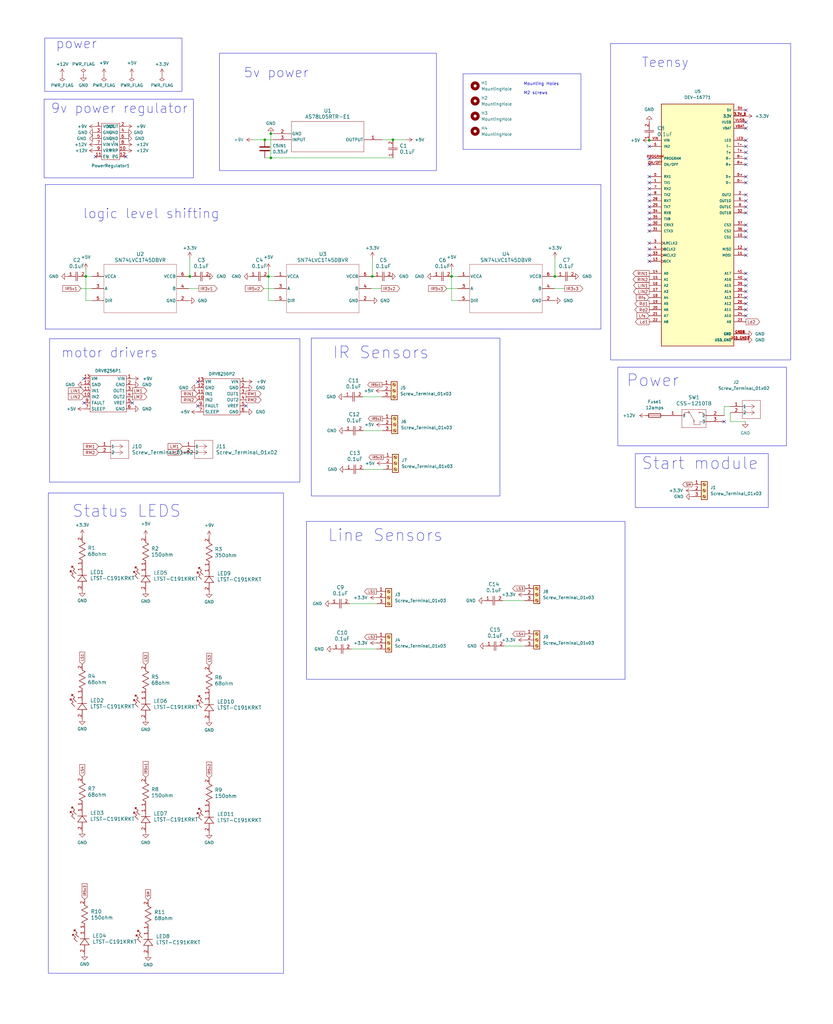
<source format=kicad_sch>
(kicad_sch (version 20230121) (generator eeschema)
  (paper "User" 350.012 429.997)
  (title_block (title "FRANKII") (date "2/15/2024") (rev "IDK ANYMORE") (company "ARSENAL"))
  (lib_symbols
    (symbol "2024-01-28_19-44-46:LTST-C191KRKT" (pin_names (offset 0.254))
      (property "Reference" "LED" (at 5.08 -4.445 0))
      (property "Value" "LTST-C191KRKT" (at 5.08 -7.62 0))
      (symbol "LTST-C191KRKT_1_1"
        (pin unspecified line (at 10.16 0 180) (length 2.54) (name "") (number "1"))
        (pin unspecified line (at 0 0 0) (length 2.54) (name "") (number "2"))
      )
      (symbol "LTST-C191KRKT_1_2"
        (pin unspecified line (at 0 10.16 270) (length 2.54) (name "") (number "1"))
        (pin unspecified line (at 0 0 90) (length 2.54) (name "") (number "2"))
      )
    )
    (symbol "2024-01-30_04-29-20:WR06X68R0FTL" (pin_names (offset 0.254))
      (property "Reference" "R" (at 5.715 3.81 0))
      (property "Value" "WR06X68R0FTL" (at 6.35 -3.81 0))
      (symbol "WR06X68R0FTL_1_1"
        (pin unspecified line (at 0 0 0) (length 2.54) (name "") (number "1"))
        (pin unspecified line (at 12.7 0 180) (length 2.54) (name "") (number "2"))
      )
      (symbol "WR06X68R0FTL_1_2"
        (pin unspecified line (at 0 12.7 270) (length 2.54) (name "") (number "1"))
        (pin unspecified line (at 0 0 90) (length 2.54) (name "") (number "2"))
      )
    )
    (symbol "2024-01-30_04-35-17:WR06X1500FTL" (pin_names (offset 0.254))
      (property "Reference" "R" (at 5.715 3.81 0))
      (property "Value" "WR06X1500FTL" (at 6.35 -3.81 0))
      (symbol "WR06X1500FTL_1_1"
        (pin unspecified line (at 0 0 0) (length 2.54) (name "") (number "1"))
        (pin unspecified line (at 12.7 0 180) (length 2.54) (name "") (number "2"))
      )
      (symbol "WR06X1500FTL_1_2"
        (pin unspecified line (at 0 12.7 270) (length 2.54) (name "") (number "1"))
        (pin unspecified line (at 0 0 90) (length 2.54) (name "") (number "2"))
      )
    )
    (symbol "2024-01-30_04-38-14:RMCF0603FT300R" (pin_names (offset 0.254))
      (property "Reference" "R" (at 5.715 3.81 0))
      (property "Value" "RMCF0603FT300R" (at 6.35 -3.81 0))
      (symbol "RMCF0603FT300R_1_1"
        (pin unspecified line (at 0 0 0) (length 2.54) (name "") (number "1"))
        (pin unspecified line (at 12.7 0 180) (length 2.54) (name "") (number "2"))
      )
      (symbol "RMCF0603FT300R_1_2"
        (pin unspecified line (at 0 12.7 270) (length 2.54) (name "") (number "1"))
        (pin unspecified line (at 0 0 90) (length 2.54) (name "") (number "2"))
      )
    )
    (symbol "3.5mmP terminal:1984963" (pin_names (offset 0.254))
      (property "Reference" "J" (at 8.89 6.35 0))
      (property "Value" "1984963" (at 0 0 0))
      (symbol "1984963_0_1"
        (pin unspecified line (at 0 0 0) (length 5.08) (name "1") (number "1"))
        (pin unspecified line (at 0 -2.54 0) (length 5.08) (name "2") (number "2"))
      )
    )
    (symbol "AS78L05RTR_E1 5v ldo:AS78L05RTR-E1" (pin_names (offset 0.254))
      (property "Reference" "U2" (at 22.86 -12.192 0))
      (property "Value" "AS78L05RTR-E1" (at 22.86 -9.652 0))
      (symbol "AS78L05RTR-E1_0_1"
        (pin output line (at 0 0 0) (length 7.62) (name "OUTPUT") (number "1"))
        (pin input line (at 45.72 0 180) (length 7.62) (name "INPUT") (number "3"))
      )
      (symbol "AS78L05RTR-E1_1_1"
        (pin power_in line (at 45.72 -2.54 180) (length 7.62) (name "GND") (number "2"))
      )
    )
    (symbol "CL10B104KB8NNWC 0.1uF cap:CL10B104KB8NNWC" (pin_names (offset 0.254))
      (property "Reference" "C" (at 3.81 3.81 0))
      (property "Value" "CL10B104KB8NNWC" (at 3.81 -3.81 0))
      (symbol "CL10B104KB8NNWC_1_1"
        (pin unspecified line (at 0 0 0) (length 2.54) (name "") (number "1"))
        (pin unspecified line (at 7.62 0 180) (length 2.54) (name "") (number "2"))
      )
      (symbol "CL10B104KB8NNWC_1_2"
        (pin unspecified line (at 0 0 270) (length 2.54) (name "") (number "1"))
        (pin unspecified line (at 0 -7.62 90) (length 2.54) (name "") (number "2"))
      )
    )
    (symbol "CSS1210TB_small_slide_switch:CSS-1210TB" (pin_names (offset 0.254))
      (property "Reference" "SW" (at 12.7 7.62 0))
      (property "Value" "CSS-1210TB" (at 12.7 5.08 0))
      (symbol "CSS-1210TB_0_1"
        (pin unspecified line (at 0 0 0) (length 7.62) (name "1") (number "1"))
        (pin unspecified line (at 25.4 0 180) (length 7.62) (name "2") (number "2"))
        (pin unspecified line (at 25.4 -2.54 180) (length 7.62) (name "3") (number "3"))
      )
    )
    (symbol "Connector:Screw_Terminal_01x03" (pin_names (offset 1.016) hide)
      (property "Reference" "J" (at 0 5.08 0))
      (property "Value" "Screw_Terminal_01x03" (at 0 -5.08 0))
      (symbol "Screw_Terminal_01x03_1_1"
        (pin passive line (at -5.08 2.54 0) (length 3.81) (name "Pin_1") (number "1"))
        (pin passive line (at -5.08 0 0) (length 3.81) (name "Pin_2") (number "2"))
        (pin passive line (at -5.08 -2.54 0) (length 3.81) (name "Pin_3") (number "3"))
      )
    )
    (symbol "DEV-16771 teensy:DEV-16771" (pin_names (offset 1.016))
      (property "Reference" "U6" (at 0 56.134 0))
      (property "Value" "DEV-16771" (at 0 53.594 0))
      (symbol "DEV-16771_0_0"
        (pin bidirectional line (at -20.32 20.32 0) (length 5.08) (name "RX1") (number "0"))
        (pin bidirectional line (at -20.32 17.78 0) (length 5.08) (name "TX1") (number "1"))
        (pin bidirectional line (at 20.32 -5.08 180) (length 5.08) (name "CS1") (number "10"))
        (pin bidirectional line (at 20.32 -12.7 180) (length 5.08) (name "MOSI") (number "11"))
        (pin bidirectional line (at 20.32 -10.16 180) (length 5.08) (name "MISO") (number "12"))
        (pin bidirectional clock (at -20.32 -15.24 0) (length 5.08) (name "SCK") (number "13"))
        (pin bidirectional line (at -20.32 -20.32 0) (length 5.08) (name "A0") (number "14"))
        (pin bidirectional line (at -20.32 -22.86 0) (length 5.08) (name "A1") (number "15"))
        (pin bidirectional line (at -20.32 -25.4 0) (length 5.08) (name "A2") (number "16"))
        (pin bidirectional line (at -20.32 -27.94 0) (length 5.08) (name "A3") (number "17"))
        (pin bidirectional line (at -20.32 -30.48 0) (length 5.08) (name "A4") (number "18"))
        (pin bidirectional line (at -20.32 -33.02 0) (length 5.08) (name "A5") (number "19"))
        (pin output line (at 20.32 12.7 180) (length 5.08) (name "OUT2") (number "2"))
        (pin bidirectional line (at -20.32 -35.56 0) (length 5.08) (name "A6") (number "20"))
        (pin bidirectional line (at -20.32 -38.1 0) (length 5.08) (name "A7") (number "21"))
        (pin bidirectional line (at -20.32 -40.64 0) (length 5.08) (name "A8") (number "22"))
        (pin bidirectional line (at 20.32 -40.64 180) (length 5.08) (name "A9") (number "23"))
        (pin bidirectional line (at 20.32 -38.1 180) (length 5.08) (name "A10") (number "24"))
        (pin bidirectional line (at 20.32 -35.56 180) (length 5.08) (name "A11") (number "25"))
        (pin bidirectional line (at 20.32 -33.02 180) (length 5.08) (name "A12") (number "26"))
        (pin bidirectional line (at 20.32 -30.48 180) (length 5.08) (name "A13") (number "27"))
        (pin bidirectional line (at -20.32 10.16 0) (length 5.08) (name "RX7") (number "28"))
        (pin bidirectional line (at -20.32 7.62 0) (length 5.08) (name "TX7") (number "29"))
        (pin bidirectional clock (at -20.32 -7.62 0) (length 5.08) (name "LRCLK2") (number "3"))
        (pin power_in line (at 20.32 45.72 180) (length 5.08) (name "3.3V") (number "3.3V_2"))
        (pin power_in line (at 20.32 45.72 180) (length 5.08) (name "3.3V") (number "3.3V_3"))
        (pin bidirectional line (at -20.32 0 0) (length 5.08) (name "CRX3") (number "30"))
        (pin bidirectional line (at -20.32 -2.54 0) (length 5.08) (name "CTX3") (number "31"))
        (pin output line (at 20.32 5.08 180) (length 5.08) (name "OUT1B") (number "32"))
        (pin bidirectional clock (at -20.32 -12.7 0) (length 5.08) (name "MCLK2") (number "33"))
        (pin bidirectional line (at -20.32 5.08 0) (length 5.08) (name "RX8") (number "34"))
        (pin bidirectional line (at -20.32 2.54 0) (length 5.08) (name "TX8") (number "35"))
        (pin bidirectional line (at 20.32 -2.54 180) (length 5.08) (name "CS2") (number "36"))
        (pin bidirectional line (at 20.32 0 180) (length 5.08) (name "CS3") (number "37"))
        (pin bidirectional line (at 20.32 -27.94 180) (length 5.08) (name "A14") (number "38"))
        (pin bidirectional line (at 20.32 -25.4 180) (length 5.08) (name "A15") (number "39"))
        (pin bidirectional clock (at -20.32 -10.16 0) (length 5.08) (name "BCLK2") (number "4"))
        (pin bidirectional line (at 20.32 -22.86 180) (length 5.08) (name "A16") (number "40"))
        (pin bidirectional line (at 20.32 -20.32 180) (length 5.08) (name "A17") (number "41"))
        (pin bidirectional line (at -20.32 33.02 0) (length 5.08) (name "IN2") (number "5"))
        (pin power_in line (at 20.32 48.26 180) (length 5.08) (name "5V") (number "5V"))
        (pin output line (at 20.32 10.16 180) (length 5.08) (name "OUT1D") (number "6"))
        (pin bidirectional line (at -20.32 15.24 0) (length 5.08) (name "RX2") (number "7"))
        (pin bidirectional line (at -20.32 12.7 0) (length 5.08) (name "TX2") (number "8"))
        (pin output line (at 20.32 7.62 180) (length 5.08) (name "OUT1C") (number "9"))
        (pin bidirectional line (at 20.32 20.32 180) (length 5.08) (name "D+") (number "D+"))
        (pin bidirectional line (at 20.32 17.78 180) (length 5.08) (name "D-") (number "D-"))
        (pin power_in line (at 20.32 -45.72 180) (length 5.08) (name "GND") (number "GND1"))
        (pin power_in line (at 20.32 -45.72 180) (length 5.08) (name "GND") (number "GND2"))
        (pin power_in line (at 20.32 -45.72 180) (length 5.08) (name "GND") (number "GND3"))
        (pin power_in line (at 20.32 -45.72 180) (length 5.08) (name "GND") (number "GND4"))
        (pin power_in line (at 20.32 -45.72 180) (length 5.08) (name "GND") (number "GND5"))
        (pin bidirectional line (at 20.32 35.56 180) (length 5.08) (name "LED") (number "LED"))
        (pin bidirectional line (at -20.32 25.4 0) (length 5.08) (name "ON/OFF") (number "ON/OFF"))
        (pin bidirectional line (at -20.32 27.94 0) (length 5.08) (name "PROGRAM") (number "PROGRAM"))
        (pin bidirectional line (at 20.32 25.4 180) (length 5.08) (name "R+") (number "R+"))
        (pin bidirectional line (at 20.32 27.94 180) (length 5.08) (name "R-") (number "R-"))
        (pin bidirectional line (at 20.32 30.48 180) (length 5.08) (name "T+") (number "T+"))
        (pin bidirectional line (at 20.32 33.02 180) (length 5.08) (name "T-") (number "T-"))
        (pin power_in line (at 20.32 -48.26 180) (length 5.08) (name "USB_GND") (number "USB_GND1"))
        (pin power_in line (at 20.32 -48.26 180) (length 5.08) (name "USB_GND") (number "USB_GND2"))
        (pin passive line (at 20.32 40.64 180) (length 5.08) (name "VBAT") (number "VBAT"))
        (pin input line (at -20.32 35.56 0) (length 5.08) (name "VIN") (number "VIN"))
        (pin passive line (at 20.32 43.18 180) (length 5.08) (name "VUSB") (number "VUSB"))
      )
      (symbol "DEV-16771_1_0"
        (pin power_out line (at 20.32 45.72 180) (length 5.08) (name "3.3V") (number "3.3V_1"))
      )
    )
    (symbol "Device:C" (pin_numbers hide) (pin_names (offset 0.254))
      (property "Reference" "C" (at 0.635 2.54 0))
      (property "Value" "C" (at 0.635 -2.54 0))
      (symbol "C_1_1"
        (pin passive line (at 0 3.81 270) (length 2.794) (name "~") (number "1"))
        (pin passive line (at 0 -3.81 90) (length 2.794) (name "~") (number "2"))
      )
    )
    (symbol "Device:Fuse" (pin_numbers hide) (pin_names (offset 0))
      (property "Reference" "F" (at 2.032 0 90))
      (property "Value" "Fuse" (at -1.905 0 90))
      (symbol "Fuse_1_1"
        (pin passive line (at 0 3.81 270) (length 1.27) (name "~") (number "1"))
        (pin passive line (at 0 -3.81 90) (length 1.27) (name "~") (number "2"))
      )
    )
    (symbol "Mechanical:MountingHole" (pin_names (offset 1.016))
      (property "Reference" "H" (at 0 5.08 0))
      (property "Value" "MountingHole" (at 0 3.175 0))
    )
    (symbol "SN74LVC1T45DBVR logic level shifter:SN74LVC1T45DBVR" (pin_names (offset 0.254))
      (property "Reference" "U" (at 0 2.54 0))
      (property "Value" "SN74LVC1T45DBVR" (at 0 0 0))
      (symbol "SN74LVC1T45DBVR_0_1"
        (pin power_in line (at -20.32 5.08 0) (length 5.08) (name "VCCA") (number "1"))
        (pin power_in line (at 20.32 -5.08 180) (length 5.08) (name "GND") (number "2"))
        (pin bidirectional line (at -20.32 0 0) (length 5.08) (name "A") (number "3"))
        (pin bidirectional line (at 20.32 0 180) (length 5.08) (name "B") (number "4"))
        (pin input line (at -20.32 -5.08 0) (length 5.08) (name "DIR") (number "5"))
        (pin power_in line (at 20.32 5.08 180) (length 5.08) (name "VCCB") (number "6"))
      )
    )
    (symbol "custom stuff:pololu_D36V50F9_9v_voltage_regulator"
      (property "Reference" "PowerRegulator1" (at 5.08 -17.78 90))
      (property "Value" "~" (at 1.27 -1.27 90))
      (symbol "pololu_D36V50F9_9v_voltage_regulator_1_1"
        (pin power_out line (at -6.35 5.08 0) (length 2.54) (name "VOUT") (number "1"))
        (pin bidirectional line (at 6.35 -5.08 180) (length 2.54) (name "VRP") (number "10"))
        (pin input line (at -6.35 -7.62 0) (length 2.54) (name "EN") (number "11"))
        (pin output line (at 6.35 -7.62 180) (length 2.54) (name "PG") (number "12"))
        (pin power_out line (at 6.35 5.08 180) (length 2.54) (name "VOUT") (number "2"))
        (pin power_in line (at -6.35 2.54 0) (length 2.54) (name "GND") (number "3"))
        (pin power_in line (at 6.35 2.54 180) (length 2.54) (name "GND") (number "4"))
        (pin power_in line (at -6.35 0 0) (length 2.54) (name "GND") (number "5"))
        (pin power_in line (at 6.35 0 180) (length 2.54) (name "GND") (number "6"))
        (pin power_in line (at -6.35 -2.54 0) (length 2.54) (name "VIN") (number "7"))
        (pin power_in line (at 6.35 -2.54 180) (length 2.54) (name "VIN") (number "8"))
        (pin bidirectional line (at -6.35 -5.08 0) (length 2.54) (name "VRP") (number "9"))
      )
    )
    (symbol "pololu_drv8256p_1"
      (property "Reference" "DRV8256P1" (at 0 0.762 0))
      (property "Value" "~" (at 0 0 0))
      (symbol "pololu_drv8256p_1_1_1"
        (pin power_in line (at 10.16 -2.54 180) (length 2.54) (name "VIN") (number "1"))
        (pin input line (at -10.16 -10.16 0) (length 2.54) (name "IN2") (number "10"))
        (pin input line (at -10.16 -7.62 0) (length 2.54) (name "IN1") (number "11"))
        (pin power_in line (at -10.16 -5.08 0) (length 2.54) (name "GND") (number "12"))
        (pin output line (at -10.16 -2.54 0) (length 2.54) (name "VM") (number "13"))
        (pin power_in line (at 10.16 -5.08 180) (length 2.54) (name "GND") (number "2"))
        (pin output line (at 10.16 -7.62 180) (length 2.54) (name "OUT1") (number "3"))
        (pin output line (at 10.16 -10.16 180) (length 2.54) (name "OUT2") (number "4"))
        (pin output line (at 10.16 -12.7 180) (length 2.54) (name "VREF") (number "5"))
        (pin power_in line (at 10.16 -15.24 180) (length 2.54) (name "GND") (number "6"))
        (pin power_in line (at -10.16 -15.24 0) (length 2.54) (name "SLEEP") (number "7"))
        (pin input line (at -10.16 -12.7 0) (length 2.54) (name "FAULT") (number "9"))
      )
    )
    (symbol "power:+12V" (power) (pin_names (offset 0))
      (property "Value" "+12V" (at 0 3.556 0))
      (symbol "+12V_1_1"
        (pin power_in line (at 0 0 90) (length 0) hide (name "+12V") (number "1"))
      )
    )
    (symbol "power:+3.3V" (power) (pin_names (offset 0))
      (property "Value" "+3.3V" (at 0 3.556 0))
      (symbol "+3.3V_1_1"
        (pin power_in line (at 0 0 90) (length 0) hide (name "+3.3V") (number "1"))
      )
    )
    (symbol "power:+5V" (power) (pin_names (offset 0))
      (property "Value" "+5V" (at 0 3.556 0))
      (symbol "+5V_1_1"
        (pin power_in line (at 0 0 90) (length 0) hide (name "+5V") (number "1"))
      )
    )
    (symbol "power:+9V" (power) (pin_names (offset 0))
      (property "Value" "+9V" (at 0 3.556 0))
      (symbol "+9V_1_1"
        (pin power_in line (at 0 0 90) (length 0) hide (name "+9V") (number "1"))
      )
    )
    (symbol "power:GND" (power) (pin_names (offset 0))
      (property "Value" "GND" (at 0 -3.81 0))
      (symbol "GND_1_1"
        (pin power_in line (at 0 0 270) (length 0) hide (name "GND") (number "1"))
      )
    )
    (symbol "power:PWR_FLAG" (power) (pin_numbers hide) (pin_names (offset 0) hide)
      (property "Value" "PWR_FLAG" (at 0 3.81 0))
      (symbol "PWR_FLAG_0_0"
        (pin power_out line (at 0 0 90) (length 0) (name "pwr") (number "1"))
      )
    )
  )
  (junction (at 112.776 116.078))
  (junction (at 36.068 116.078))
  (junction (at 233.172 116.078))
  (junction (at 113.792 66.294))
  (junction (at 113.792 56.134))
  (junction (at 165.1 58.674))
  (junction (at 189.738 116.078))
  (junction (at 272.796 58.928))
  (junction (at 111.252 58.674))
  (junction (at 79.756 116.078))
  (junction (at 156.464 116.078))
  (no_connect (at 313.436 97.028))
  (no_connect (at 272.796 102.108))
  (no_connect (at 313.436 127.508))
  (no_connect (at 272.796 76.708))
  (no_connect (at 272.796 91.948))
  (no_connect (at 272.796 97.028))
  (no_connect (at 313.436 104.648))
  (no_connect (at 313.436 84.328))
  (no_connect (at 313.436 99.568))
  (no_connect (at 313.436 132.588))
  (no_connect (at 313.436 86.868))
  (no_connect (at 103.378 170.434))
  (no_connect (at 313.436 124.968))
  (no_connect (at 272.796 89.408))
  (no_connect (at 272.796 69.088))
  (no_connect (at 313.436 114.808))
  (no_connect (at 272.796 81.788))
  (no_connect (at 272.796 107.188))
  (no_connect (at 313.436 64.008))
  (no_connect (at 52.832 65.786))
  (no_connect (at 313.436 117.348))
  (no_connect (at 313.436 53.848))
  (no_connect (at 313.436 76.708))
  (no_connect (at 313.436 51.308))
  (no_connect (at 313.436 66.548))
  (no_connect (at 304.292 177.038))
  (no_connect (at 313.436 107.188))
  (no_connect (at 313.436 74.168))
  (no_connect (at 272.796 74.168))
  (no_connect (at 55.626 169.164))
  (no_connect (at 40.132 65.786))
  (no_connect (at 272.796 104.648))
  (no_connect (at 313.436 122.428))
  (no_connect (at 272.796 79.248))
  (no_connect (at 313.436 89.408))
  (no_connect (at 35.306 159.004))
  (no_connect (at 313.436 46.228))
  (no_connect (at 313.436 58.928))
  (no_connect (at 83.058 160.274))
  (no_connect (at 35.306 169.164))
  (no_connect (at 313.436 81.788))
  (no_connect (at 272.796 109.728))
  (no_connect (at 272.796 86.868))
  (no_connect (at 313.436 61.468))
  (no_connect (at 272.796 61.468))
  (no_connect (at 272.796 84.328))
  (no_connect (at 272.796 94.488))
  (no_connect (at 272.796 66.548))
  (no_connect (at 313.436 119.888))
  (no_connect (at 313.436 130.048))
  (no_connect (at 83.058 170.434))
  (no_connect (at 313.436 69.088))
  (no_connect (at 313.436 94.488))
  (wire (pts (xy 192.278 126.238) (xy 189.738 126.238)))
  (wire (pts (xy 233.172 116.078) (xy 232.918 116.078)))
  (wire (pts (xy 306.832 177.038) (xy 306.832 173.228)))
  (wire (pts (xy 79.756 116.078) (xy 79.248 116.078)))
  (wire (pts (xy 241.808 116.078) (xy 240.538 116.078)))
  (wire (pts (xy 152.654 180.848) (xy 160.782 180.848)))
  (wire (pts (xy 232.918 121.158) (xy 237.236 121.158)))
  (wire (pts (xy 110.744 121.158) (xy 115.316 121.158)))
  (wire (pts (xy 211.328 252.222) (xy 220.472 252.222)))
  (wire (pts (xy 146.812 253.492) (xy 158.242 253.492)))
  (wire (pts (xy 211.836 271.272) (xy 220.472 271.272)))
  (wire (pts (xy 106.172 58.674) (xy 111.252 58.674)))
  (wire (pts (xy 36.068 116.078) (xy 38.608 116.078)))
  (wire (pts (xy 164.846 116.078) (xy 163.576 116.078)))
  (wire (pts (xy 152.4 166.624) (xy 160.528 166.624)))
  (wire (pts (xy 234.188 116.078) (xy 233.172 116.078)))
  (wire (pts (xy 38.608 126.238) (xy 36.068 126.238)))
  (wire (pts (xy 114.808 56.134) (xy 113.792 56.134)))
  (wire (pts (xy 155.956 121.158) (xy 160.274 121.158)))
  (wire (pts (xy 34.036 121.158) (xy 38.608 121.158)))
  (wire (pts (xy 45.212 65.786) (xy 45.212 66.802)))
  (wire (pts (xy 304.292 170.688) (xy 306.832 170.688)))
  (wire (pts (xy 113.792 66.294) (xy 165.1 66.294)))
  (wire (pts (xy 111.252 58.674) (xy 114.808 58.674)))
  (wire (pts (xy 147.574 272.542) (xy 158.242 272.542)))
  (wire (pts (xy 156.464 116.078) (xy 155.956 116.078)))
  (wire (pts (xy 112.776 113.284) (xy 112.776 116.078)))
  (wire (pts (xy 313.182 177.038) (xy 306.832 177.038)))
  (wire (pts (xy 189.738 126.238) (xy 189.738 116.078)))
  (wire (pts (xy 189.738 116.078) (xy 192.278 116.078)))
  (wire (pts (xy 156.464 108.458) (xy 156.464 116.078)))
  (wire (pts (xy 79.248 121.158) (xy 83.566 121.158)))
  (wire (pts (xy 165.1 58.674) (xy 170.688 58.674)))
  (wire (pts (xy 47.752 66.802) (xy 47.752 65.786)))
  (wire (pts (xy 112.776 116.078) (xy 115.316 116.078)))
  (wire (pts (xy 113.792 56.134) (xy 113.792 66.294)))
  (wire (pts (xy 112.776 126.238) (xy 112.776 116.078)))
  (wire (pts (xy 80.772 116.078) (xy 79.756 116.078)))
  (wire (pts (xy 111.252 66.294) (xy 113.792 66.294)))
  (wire (pts (xy 187.706 121.158) (xy 192.278 121.158)))
  (wire (pts (xy 88.392 116.078) (xy 86.868 116.078)))
  (wire (pts (xy 79.756 108.458) (xy 79.756 116.078)))
  (wire (pts (xy 115.316 126.238) (xy 112.776 126.238)))
  (wire (pts (xy 160.528 58.674) (xy 165.1 58.674)))
  (wire (pts (xy 152.908 197.104) (xy 161.036 197.104)))
  (wire (pts (xy 189.738 113.284) (xy 189.738 116.078)))
  (wire (pts (xy 157.226 116.078) (xy 156.464 116.078)))
  (wire (pts (xy 233.172 108.458) (xy 233.172 116.078)))
  (wire (pts (xy 36.068 126.238) (xy 36.068 116.078)))
  (wire (pts (xy 304.292 174.498) (xy 304.292 170.688)))
  (wire (pts (xy 36.068 113.284) (xy 36.068 116.078)))
  (rectangle (start 20.828 142.24) (end 125.984 202.438))
  (rectangle (start 20.32 207.01) (end 119.126 408.686))
  (rectangle (start 128.778 218.948) (end 262.636 285.242))
  (rectangle (start 256.54 18.288) (end 332.232 151.13))
  (rectangle (start 194.564 30.988) (end 244.094 62.738))
  (rectangle (start 259.588 154.178) (end 330.454 187.198))
  (rectangle (start 92.202 22.352) (end 183.388 71.628))
  (rectangle (start 130.81 141.986) (end 210.058 208.28))
  (rectangle (start 266.954 190.5) (end 322.834 213.106))
  (rectangle (start 18.796 16.002) (end 76.454 38.354))
  (rectangle (start 19.05 77.47) (end 252.476 138.176))
  (rectangle (start 18.542 41.656) (end 81.28 74.676))
  (text "logic level shifting" (at 34.798 92.202 0) (effects (font (size 4 4)) (justify left bottom)))
  (text "motor drivers" (at 25.654 150.622 0) (effects (font (size 4 4)) (justify left bottom)))
  (text "Teensy" (at 269.494 28.702 0) (effects (font (size 4 4)) (justify left bottom)))
  (text "Start module" (at 269.494 197.612 0) (effects (font (size 5 5)) (justify left bottom)))
  (text "9v power regulator" (at 21.336 48.006 0) (effects (font (size 4 4)) (justify left bottom)))
  (text "IR Sensors\n" (at 139.7 151.13 0) (effects (font (size 5 5)) (justify left bottom)))
  (text "Power" (at 263.144 162.814 0) (effects (font (size 5 5)) (justify left bottom)))
  (text "Line Sensors" (at 137.668 227.838 0) (effects (font (size 5 5)) (justify left bottom)))
  (text "Mounting Holes\n" (at 219.964 36.068 0) (effects (font (size 1.27 1.27)) (justify left bottom)))
  (text "5v power" (at 102.362 33.02 0) (effects (font (size 4 4)) (justify left bottom)))
  (text "Status LEDS" (at 30.226 217.678 0) (effects (font (size 5 5)) (justify left bottom)))
  (text "power" (at 23.368 20.828 0) (effects (font (size 4 4)) (justify left bottom)))
  (text "M2 screws" (at 219.964 39.878 0) (effects (font (size 1.27 1.27)) (justify left bottom)))
  (global_label "IR3v2" (shape output) (at 160.274 121.158 0) (property "Intersheetrefs" "${INTERSHEET_REFS}" (effects hide)))
  (global_label "LIN2" (shape input) (at 35.306 166.624 180) (property "Intersheetrefs" "${INTERSHEET_REFS}" (effects hide)))
  (global_label "Lfs" (shape input) (at 272.796 132.588 180) (property "Intersheetrefs" "${INTERSHEET_REFS}" (effects hide)))
  (global_label "RIN2" (shape input) (at 83.058 167.894 180) (property "Intersheetrefs" "${INTERSHEET_REFS}" (effects hide)))
  (global_label "Ld2" (shape output) (at 313.436 135.128 0) (property "Intersheetrefs" "${INTERSHEET_REFS}" (effects hide)))
  (global_label "IR5v3" (shape input) (at 187.706 121.158 180) (property "Intersheetrefs" "${INTERSHEET_REFS}" (effects hide)))
  (global_label "LM2" (shape input) (at 76.708 189.992 180) (property "Intersheetrefs" "${INTERSHEET_REFS}" (effects hide)))
  (global_label "SM" (shape output) (at 290.83 203.454 180) (effects (font (size 1 1))) (property "Intersheetrefs" "${INTERSHEET_REFS}" (effects hide)))
  (global_label "IR5v1" (shape input) (at 61.214 326.39 90) (effects (font (size 1.1 1.1))) (property "Intersheetrefs" "${INTERSHEET_REFS}" (effects hide)))
  (global_label "LS2" (shape input) (at 61.214 279.146 90) (effects (font (size 1.1 1.1))) (property "Intersheetrefs" "${INTERSHEET_REFS}" (effects hide)))
  (global_label "Rd1" (shape output) (at 272.796 127.508 180) (property "Intersheetrefs" "${INTERSHEET_REFS}" (effects hide)))
  (global_label "LIN1" (shape input) (at 35.306 164.084 180) (property "Intersheetrefs" "${INTERSHEET_REFS}" (effects hide)))
  (global_label "RIN1" (shape input) (at 83.058 165.354 180) (property "Intersheetrefs" "${INTERSHEET_REFS}" (effects hide)))
  (global_label "RM1" (shape input) (at 41.402 187.452 180) (property "Intersheetrefs" "${INTERSHEET_REFS}" (effects hide)))
  (global_label "Rfs" (shape input) (at 272.796 124.968 180) (property "Intersheetrefs" "${INTERSHEET_REFS}" (effects hide)))
  (global_label "IR5v3" (shape input) (at 35.56 377.698 90) (effects (font (size 1.1 1.1))) (property "Intersheetrefs" "${INTERSHEET_REFS}" (effects hide)))
  (global_label "LIN1" (shape output) (at 272.796 119.888 180) (property "Intersheetrefs" "${INTERSHEET_REFS}" (effects hide)))
  (global_label "LM2" (shape output) (at 55.626 166.624 0) (property "Intersheetrefs" "${INTERSHEET_REFS}" (effects hide)))
  (global_label "LS3" (shape input) (at 87.884 279.4 90) (effects (font (size 1.1 1.1))) (property "Intersheetrefs" "${INTERSHEET_REFS}" (effects hide)))
  (global_label "IR5v1" (shape output) (at 160.528 161.544 180) (effects (font (size 1 1))) (property "Intersheetrefs" "${INTERSHEET_REFS}" (effects hide)))
  (global_label "IR5v2" (shape output) (at 160.782 175.768 180) (effects (font (size 1 1))) (property "Intersheetrefs" "${INTERSHEET_REFS}" (effects hide)))
  (global_label "RM2" (shape input) (at 41.402 189.992 180) (property "Intersheetrefs" "${INTERSHEET_REFS}" (effects hide)))
  (global_label "LS1" (shape input) (at 34.544 278.892 90) (effects (font (size 1.1 1.1))) (property "Intersheetrefs" "${INTERSHEET_REFS}" (effects hide)))
  (global_label "LS1" (shape output) (at 158.242 248.412 180) (effects (font (size 1.1 1.1))) (property "Intersheetrefs" "${INTERSHEET_REFS}" (effects hide)))
  (global_label "SM" (shape input) (at 62.23 377.952 90) (effects (font (size 1.1 1.1))) (property "Intersheetrefs" "${INTERSHEET_REFS}" (effects hide)))
  (global_label "Ld1" (shape output) (at 272.796 135.128 180) (property "Intersheetrefs" "${INTERSHEET_REFS}" (effects hide)))
  (global_label "IR5v2" (shape input) (at 87.884 326.644 90) (effects (font (size 1.1 1.1))) (property "Intersheetrefs" "${INTERSHEET_REFS}" (effects hide)))
  (global_label "IR5v1" (shape input) (at 34.036 121.158 180) (property "Intersheetrefs" "${INTERSHEET_REFS}" (effects hide)))
  (global_label "IR3v1" (shape output) (at 83.566 121.158 0) (property "Intersheetrefs" "${INTERSHEET_REFS}" (effects hide)))
  (global_label "LIN2" (shape output) (at 272.796 122.428 180) (property "Intersheetrefs" "${INTERSHEET_REFS}" (effects hide)))
  (global_label "RM1" (shape output) (at 103.378 165.354 0) (property "Intersheetrefs" "${INTERSHEET_REFS}" (effects hide)))
  (global_label "RM2" (shape output) (at 103.378 167.894 0) (property "Intersheetrefs" "${INTERSHEET_REFS}" (effects hide)))
  (global_label "IR5v3" (shape output) (at 161.036 192.024 180) (effects (font (size 1 1))) (property "Intersheetrefs" "${INTERSHEET_REFS}" (effects hide)))
  (global_label "LS4" (shape input) (at 34.544 326.136 90) (effects (font (size 1.1 1.1))) (property "Intersheetrefs" "${INTERSHEET_REFS}" (effects hide)))
  (global_label "Rd2" (shape output) (at 272.796 130.048 180) (property "Intersheetrefs" "${INTERSHEET_REFS}" (effects hide)))
  (global_label "RIN1" (shape output) (at 272.796 114.808 180) (property "Intersheetrefs" "${INTERSHEET_REFS}" (effects hide)))
  (global_label "LS2" (shape output) (at 158.242 267.462 180) (effects (font (size 1.1 1.1))) (property "Intersheetrefs" "${INTERSHEET_REFS}" (effects hide)))
  (global_label "RIN2" (shape output) (at 272.796 117.348 180) (property "Intersheetrefs" "${INTERSHEET_REFS}" (effects hide)))
  (global_label "LS3" (shape output) (at 220.472 247.142 180) (effects (font (size 1.1 1.1))) (property "Intersheetrefs" "${INTERSHEET_REFS}" (effects hide)))
  (global_label "LS4" (shape output) (at 220.472 266.192 180) (effects (font (size 1.1 1.1))) (property "Intersheetrefs" "${INTERSHEET_REFS}" (effects hide)))
  (global_label "IR3v3" (shape output) (at 237.236 121.158 0) (property "Intersheetrefs" "${INTERSHEET_REFS}" (effects hide)))
  (global_label "LM1" (shape output) (at 55.626 164.084 0) (property "Intersheetrefs" "${INTERSHEET_REFS}" (effects hide)))
  (global_label "LM1" (shape input) (at 76.708 187.452 180) (property "Intersheetrefs" "${INTERSHEET_REFS}" (effects hide)))
  (global_label "IR5v2" (shape input) (at 110.744 121.158 180) (property "Intersheetrefs" "${INTERSHEET_REFS}" (effects hide)))
  (symbol (lib_id "CL10B104KB8NNWC 0.1uF cap:CL10B104KB8NNWC") (at 145.288 197.104 0) (unit 1)
    (property "Reference" "C13" (at 149.098 190.246 0) (effects (font (size 1.524 1.524))))
    (property "Value" "0.1uF" (at 149.098 192.786 0) (effects (font (size 1.524 1.524))))
    (property "Footprint" "Capacitor_SMD:C_0603_1608Metric" (effects hide))
    (property "Datasheet" "CL10B104KB8NNWC" (effects hide))
    (property "Check_prices" "https://www.digikey.com/en/products/detail/samsung-electro-mechanics/CL10B104KB8NNWC/3887593?s=N4IgTCBcDaIMIBkCMAGAQqgLAaTQDgDkCB1OEAXQF8g" (effects hide))
  )
  (symbol (lib_id "CL10B104KB8NNWC 0.1uF cap:CL10B104KB8NNWC") (at 182.118 116.078 0) (unit 1)
    (property "Reference" "C6" (at 185.928 109.22 0) (effects (font (size 1.524 1.524))))
    (property "Value" "0.1uF" (at 185.928 111.76 0) (effects (font (size 1.524 1.524))))
    (property "Footprint" "Capacitor_SMD:C_0603_1608Metric" (effects hide))
    (property "Datasheet" "CL10B104KB8NNWC" (effects hide))
    (property "Check_prices" "https://www.digikey.com/en/products/detail/samsung-electro-mechanics/CL10B104KB8NNWC/3887593?s=N4IgTCBcDaIMIBkCMAGAQqgLAaTQDgDkCB1OEAXQF8g" (effects hide))
  )
  (symbol (lib_id "2024-01-28_19-44-46:LTST-C191KRKT") (at 61.214 248.158 90) (unit 1)
    (property "Reference" "LED5" (at 64.516 240.538 90) (effects (font (size 1.524 1.524)) (justify right)))
    (property "Value" "LTST-C191KRKT" (at 64.516 243.078 90) (effects (font (size 1.524 1.524)) (justify right)))
    (property "Footprint" "LTST_C191KRKT:LED_LTST-C191KRKT_LTO" (effects hide))
    (property "Datasheet" "LTST-C191KRKT" (effects hide))
    (property "Check_prices" "https://www.digikey.com/en/products/detail/liteon/LTST-C191KRKT/386837?s=N4IgTCBcDaIDIBUDKCC0BhAjATkwaQCU8EQBdAXyA" (effects hide))
  )
  (symbol (lib_id "power:+3.3V") (at 313.436 48.768 270) (unit 1)
    (property "Reference" "#PWR030" (effects hide))
    (property "Value" "+3.3V" (at 317.246 48.768 90) (effects (justify left)))
  )
  (symbol (lib_id "Connector:Screw_Terminal_01x03") (at 225.552 268.732 0) (unit 1)
    (property "Reference" "J9" (at 228.092 267.462 0) (effects (justify left)))
    (property "Value" "Screw_Terminal_01x03" (at 228.092 270.002 0) (effects (justify left)))
    (property "Footprint" "TerminalBlock_TE-Connectivity:TerminalBlock_TE_282834-3_1x03_P2.54mm_Horizontal" (effects hide))
    (property "Datasheet" "OSTVN03A150" (effects hide))
    (property "Check_prices" "https://www.digikey.com/en/products/detail/on-shore-technology-inc/OSTVN03A150/1588863?s=N4IgTCBcDaIPIGUAqA1AcgBgMwEECMArBiALoC%2BQA" (effects hide))
  )
  (symbol (lib_id "power:+9V") (at 55.626 159.004 270) (unit 1)
    (property "Reference" "#PWR080" (effects hide))
    (property "Value" "+9V" (at 59.944 159.004 90) (effects (justify left)))
  )
  (symbol (lib_id "2024-01-30_04-29-20:WR06X68R0FTL") (at 87.884 292.1 90) (unit 1)
    (property "Reference" "R6" (at 90.17 284.48 90) (effects (font (size 1.524 1.524)) (justify right)))
    (property "Value" "68ohm" (at 90.17 287.02 90) (effects (font (size 1.524 1.524)) (justify right)))
    (property "Footprint" "Resistor_SMD:R_0603_1608Metric" (effects hide))
    (property "Datasheet" "WR06X68R0FTL" (effects hide))
    (property "Check_prices" "https://www.digikey.com/en/products/detail/walsin-technology-corporation/WR06X68R0FTL/13241024?s=N4IgTCBcDaIOoCUAMA2AGigHMgYgFQBkQBdAXyA" (effects hide))
  )
  (symbol (lib_id "power:+3.3V") (at 290.83 205.994 90) (unit 1)
    (property "Reference" "#PWR027" (effects hide))
    (property "Value" "+3.3V" (at 287.02 205.994 90) (effects (justify left)))
  )
  (symbol (lib_id "power:GND") (at 35.306 161.544 270) (unit 1)
    (property "Reference" "#PWR078" (effects hide))
    (property "Value" "GND" (at 31.496 161.544 90) (effects (justify right)))
  )
  (symbol (lib_id "power:PWR_FLAG") (at 55.372 31.496 180) (unit 1)
    (property "Reference" "#FLG04" (effects hide))
    (property "Value" "PWR_FLAG" (at 55.372 35.814 0))
  )
  (symbol (lib_id "power:GND") (at 105.156 116.078 270) (unit 1)
    (property "Reference" "#PWR014" (effects hide))
    (property "Value" "GND" (at 101.346 116.078 90) (effects (justify right)))
  )
  (symbol (lib_id "power:GND") (at 87.884 349.504 0) (unit 1)
    (property "Reference" "#PWR046" (effects hide))
    (property "Value" "GND" (at 87.884 353.822 0))
  )
  (symbol (lib_id "power:+12V") (at 40.132 60.706 90) (unit 1)
    (property "Reference" "#PWR053" (effects hide))
    (property "Value" "+12V" (at 36.576 60.706 90) (effects (justify left)))
  )
  (symbol (lib_id "power:GND") (at 139.192 253.492 270) (unit 1)
    (property "Reference" "#PWR061" (effects hide))
    (property "Value" "GND" (at 135.382 253.492 90) (effects (justify right)))
  )
  (symbol (lib_id "3.5mmP terminal:1984963") (at 306.832 170.688 0) (unit 1)
    (property "Reference" "J2" (at 308.102 160.528 0) (effects (justify left)))
    (property "Value" "Screw_Terminal_01x02" (at 301.752 163.068 0) (effects (justify left)))
    (property "Footprint" "TerminalBlock_Phoenix:TerminalBlock_Phoenix_PT-1,5-2-3.5-H_1x02_P3.50mm_Horizontal" (effects hide))
    (property "Datasheet" "OSTTE020104" (effects hide))
    (property "STANDARD" "Manufacturer Recommendations" (effects hide))
    (property "MANUFACTURER" "CUI" (effects hide))
    (property "Check_prices" "https://www.digikey.com/en/products/detail/on-shore-technology-inc/OSTTE020104/2351816?s=N4IgTCBcDaIPIGUAqSCiAGM6CM6AsIAugL5A" (effects hide))
  )
  (symbol (lib_id "power:GND") (at 182.118 116.078 270) (unit 1)
    (property "Reference" "#PWR019" (effects hide))
    (property "Value" "GND" (at 178.308 116.078 90) (effects (justify right)))
  )
  (symbol (lib_id "Device:C") (at 111.252 62.484 0) (unit 1)
    (property "Reference" "C5IN1" (at 114.554 61.214 0) (effects (justify left)))
    (property "Value" "0.33uF" (at 114.554 63.754 0) (effects (justify left)))
    (property "Footprint" "Capacitor_SMD:C_0603_1608Metric" (effects hide))
    (property "Datasheet" "GCM188R71C334KA37D" (effects hide))
    (property "Check_prices" "https://www.digikey.com/en/products/detail/murata-electronics/GCM188R71C334KA37D/2591915" (effects hide))
  )
  (symbol (lib_id "power:GND") (at 163.576 116.078 90) (unit 1)
    (property "Reference" "#PWR018" (effects hide))
    (property "Value" "GND" (at 167.64 116.078 90) (effects (justify right)))
  )
  (symbol (lib_id "Connector:Screw_Terminal_01x03") (at 163.322 270.002 0) (unit 1)
    (property "Reference" "J4" (at 165.862 268.732 0) (effects (justify left)))
    (property "Value" "Screw_Terminal_01x03" (at 165.862 271.272 0) (effects (justify left)))
    (property "Footprint" "TerminalBlock_TE-Connectivity:TerminalBlock_TE_282834-3_1x03_P2.54mm_Horizontal" (effects hide))
    (property "Datasheet" "OSTVN03A150" (effects hide))
    (property "Check_prices" "https://www.digikey.com/en/products/detail/on-shore-technology-inc/OSTVN03A150/1588863?s=N4IgTCBcDaIPIGUAqA1AcgBgMwEECMArBiALoC%2BQA" (effects hide))
  )
  (symbol (lib_id "power:PWR_FLAG") (at 26.162 31.496 180) (unit 1)
    (property "Reference" "#FLG01" (effects hide))
    (property "Value" "PWR_FLAG" (at 26.162 35.814 0))
  )
  (symbol (lib_id "CSS1210TB_small_slide_switch:CSS-1210TB") (at 278.892 174.498 0) (unit 1)
    (property "Reference" "SW1" (at 291.592 166.878 0) (effects (font (size 1.524 1.524))))
    (property "Value" "CSS-1210TB" (at 291.592 169.418 0) (effects (font (size 1.524 1.524))))
    (property "Footprint" "css1210tb slide switch:CSS-1210TB_NDC" (effects hide))
    (property "Datasheet" "CSS-1210TB" (effects hide))
    (property "Check_prices" "https://www.digikey.com/en/products/detail/nidec-components-corporation/CSS-1210TB/1124209?s=N4IgTCBcDaIMIGUEFoCMZUAYAqAhEAugL5A" (effects hide))
  )
  (symbol (lib_id "2024-01-28_19-44-46:LTST-C191KRKT") (at 61.214 349.25 90) (unit 1)
    (property "Reference" "LED7" (at 64.516 341.63 90) (effects (font (size 1.524 1.524)) (justify right)))
    (property "Value" "LTST-C191KRKT" (at 64.516 344.17 90) (effects (font (size 1.524 1.524)) (justify right)))
    (property "Footprint" "LTST_C191KRKT:LED_LTST-C191KRKT_LTO" (effects hide))
    (property "Datasheet" "LTST-C191KRKT" (effects hide))
    (property "Check_prices" "https://www.digikey.com/en/products/detail/liteon/LTST-C191KRKT/386837?s=N4IgTCBcDaIDIBUDKCC0BhAjATkwaQCU8EQBdAXyA" (effects hide))
  )
  (symbol (lib_id "2024-01-30_04-35-17:WR06X1500FTL") (at 61.214 339.09 90) (unit 1)
    (property "Reference" "R8" (at 63.5 331.47 90) (effects (font (size 1.524 1.524)) (justify right)))
    (property "Value" "150ohm" (at 63.5 334.01 90) (effects (font (size 1.524 1.524)) (justify right)))
    (property "Footprint" "Resistor_SMD:R_0603_1608Metric" (effects hide))
    (property "Datasheet" "WR06X1500FTL" (effects hide))
    (property "Check_prices" "https://www.digikey.com/en/products/detail/walsin-technology-corporation/WR06X1500FTL/13239274?s=N4IgTCBcDaIOoCUAMA2AGgRgKxKQMQBUAZEAXQF8g" (effects hide))
  )
  (symbol (lib_id "2024-01-28_19-44-46:LTST-C191KRKT") (at 34.544 301.752 90) (unit 1)
    (property "Reference" "LED2" (at 37.846 294.132 90) (effects (font (size 1.524 1.524)) (justify right)))
    (property "Value" "LTST-C191KRKT" (at 37.846 296.672 90) (effects (font (size 1.524 1.524)) (justify right)))
    (property "Footprint" "LTST_C191KRKT:LED_LTST-C191KRKT_LTO" (effects hide))
    (property "Datasheet" "LTST-C191KRKT" (effects hide))
    (property "Check_prices" "https://www.digikey.com/en/products/detail/liteon/LTST-C191KRKT/386837?s=N4IgTCBcDaIDIBUDKCC0BhAjATkwaQCU8EQBdAXyA" (effects hide))
  )
  (symbol (lib_id "power:+3.3V") (at 34.544 225.044 0) (unit 1)
    (property "Reference" "#PWR033" (effects hide))
    (property "Value" "+3.3V" (at 34.544 220.472 0))
  )
  (symbol (lib_id "power:GND") (at 145.034 180.848 270) (unit 1)
    (property "Reference" "#PWR064" (effects hide))
    (property "Value" "GND" (at 141.478 180.848 90) (effects (justify right)))
  )
  (symbol (lib_id "power:+9V") (at 52.832 53.086 270) (unit 1)
    (property "Reference" "#PWR054" (effects hide))
    (property "Value" "+9V" (at 57.15 53.086 90) (effects (justify left)))
  )
  (symbol (lib_id "power:GND") (at 155.956 126.238 90) (unit 1)
    (property "Reference" "#PWR016" (effects hide))
    (property "Value" "GND" (at 159.766 126.238 90) (effects (justify right)))
  )
  (symbol (lib_id "power:+12V") (at 52.832 63.246 270) (unit 1)
    (property "Reference" "#PWR075" (effects hide))
    (property "Value" "+12V" (at 57.15 63.246 90) (effects (justify left)))
  )
  (symbol (lib_id "power:GND") (at 240.538 116.078 90) (unit 1)
    (property "Reference" "#PWR023" (effects hide))
    (property "Value" "GND" (at 244.602 116.078 90) (effects (justify right)))
  )
  (symbol (lib_id "Mechanical:MountingHole") (at 199.644 42.418 0) (unit 1)
    (property "Reference" "H2" (at 202.184 41.148 0) (effects (justify left)))
    (property "Value" "MountingHole" (at 202.184 43.688 0) (effects (justify left)))
    (property "Footprint" "MountingHole:MountingHole_2.2mm_M2" (effects hide))
  )
  (symbol (lib_id "power:GND") (at 55.626 161.544 90) (unit 1)
    (property "Reference" "#PWR081" (effects hide))
    (property "Value" "GND" (at 59.69 161.544 90) (effects (justify right)))
  )
  (symbol (lib_id "Connector:Screw_Terminal_01x03") (at 165.862 178.308 0) (unit 1)
    (property "Reference" "J6" (at 168.402 177.038 0) (effects (justify left)))
    (property "Value" "Screw_Terminal_01x03" (at 168.402 179.578 0) (effects (justify left)))
    (property "Footprint" "TerminalBlock_TE-Connectivity:TerminalBlock_TE_282834-3_1x03_P2.54mm_Horizontal" (effects hide))
    (property "Datasheet" "OSTVN03A150" (effects hide))
    (property "Check_prices" "https://www.digikey.com/en/products/detail/on-shore-technology-inc/OSTVN03A150/1588863?s=N4IgTCBcDaIPIGUAqA1AcgBgMwEECMArBiALoC%2BQA" (effects hide))
  )
  (symbol (lib_id "2024-01-30_04-29-20:WR06X68R0FTL") (at 34.544 338.836 90) (unit 1)
    (property "Reference" "R7" (at 36.83 331.216 90) (effects (font (size 1.524 1.524)) (justify right)))
    (property "Value" "68ohm" (at 36.83 333.756 90) (effects (font (size 1.524 1.524)) (justify right)))
    (property "Footprint" "Resistor_SMD:R_0603_1608Metric" (effects hide))
    (property "Datasheet" "WR06X68R0FTL" (effects hide))
    (property "Check_prices" "https://www.digikey.com/en/products/detail/walsin-technology-corporation/WR06X68R0FTL/13241024?s=N4IgTCBcDaIOoCUAMA2AGigHMgYgFQBkQBdAXyA" (effects hide))
  )
  (symbol (lib_name "pololu_drv8256p_1") (lib_id "custom stuff:pololu_drv8256p") (at 93.218 157.734 0) (unit 1)
    (property "Reference" "DRV8256P2" (at 93.218 156.972 0))
    (property "Value" "~" (at 93.218 157.734 0))
    (property "Footprint" "custom stuff:pololu drv8256p" (effects hide))
    (property "Datasheet" "Pololu DRV8256P" (effects hide))
    (property "Check_prices" "https://www.pololu.com/product/4039" (effects hide))
  )
  (symbol (lib_id "power:+12V") (at 52.832 60.706 270) (unit 1)
    (property "Reference" "#PWR052" (effects hide))
    (property "Value" "+12V" (at 57.15 60.706 90) (effects (justify left)))
  )
  (symbol (lib_id "power:GND") (at 87.884 302.26 0) (unit 1)
    (property "Reference" "#PWR045" (effects hide))
    (property "Value" "GND" (at 87.884 306.578 0))
  )
  (symbol (lib_id "power:+12V") (at 40.132 63.246 90) (unit 1)
    (property "Reference" "#PWR060" (effects hide))
    (property "Value" "+12V" (at 36.83 63.246 90) (effects (justify left)))
  )
  (symbol (lib_id "CL10B104KB8NNWC 0.1uF cap:CL10B104KB8NNWC") (at 203.708 252.222 0) (unit 1)
    (property "Reference" "C14" (at 207.518 245.364 0) (effects (font (size 1.524 1.524))))
    (property "Value" "0.1uF" (at 207.518 247.904 0) (effects (font (size 1.524 1.524))))
    (property "Footprint" "Capacitor_SMD:C_0603_1608Metric" (effects hide))
    (property "Datasheet" "CL10B104KB8NNWC" (effects hide))
    (property "Check_prices" "https://www.digikey.com/en/products/detail/samsung-electro-mechanics/CL10B104KB8NNWC/3887593?s=N4IgTCBcDaIMIBkCMAGAQqgLAaTQDgDkCB1OEAXQF8g" (effects hide))
  )
  (symbol (lib_id "power:GND") (at 113.792 56.134 180) (unit 1)
    (property "Reference" "#PWR03" (effects hide))
    (property "Value" "GND" (at 113.792 51.816 0))
  )
  (symbol (lib_id "power:GND") (at 52.832 55.626 90) (unit 1)
    (property "Reference" "#PWR058" (effects hide))
    (property "Value" "GND" (at 56.134 55.626 90) (effects (justify right)))
  )
  (symbol (lib_id "Connector:Screw_Terminal_01x03") (at 166.116 194.564 0) (unit 1)
    (property "Reference" "J7" (at 168.656 193.294 0) (effects (justify left)))
    (property "Value" "Screw_Terminal_01x03" (at 168.656 195.834 0) (effects (justify left)))
    (property "Footprint" "TerminalBlock_TE-Connectivity:TerminalBlock_TE_282834-3_1x03_P2.54mm_Horizontal" (effects hide))
    (property "Datasheet" "OSTVN03A150" (effects hide))
    (property "Check_prices" "https://www.digikey.com/en/products/detail/on-shore-technology-inc/OSTVN03A150/1588863?s=N4IgTCBcDaIPIGUAqA1AcgBgMwEECMArBiALoC%2BQA" (effects hide))
  )
  (symbol (lib_id "power:GND") (at 55.626 171.704 90) (unit 1)
    (property "Reference" "#PWR079" (effects hide))
    (property "Value" "GND" (at 59.69 171.704 90) (effects (justify right)))
  )
  (symbol (lib_id "2024-01-28_19-44-46:LTST-C191KRKT") (at 34.544 348.996 90) (unit 1)
    (property "Reference" "LED3" (at 37.846 341.376 90) (effects (font (size 1.524 1.524)) (justify right)))
    (property "Value" "LTST-C191KRKT" (at 37.846 343.916 90) (effects (font (size 1.524 1.524)) (justify right)))
    (property "Footprint" "LTST_C191KRKT:LED_LTST-C191KRKT_LTO" (effects hide))
    (property "Datasheet" "LTST-C191KRKT" (effects hide))
    (property "Check_prices" "https://www.digikey.com/en/products/detail/liteon/LTST-C191KRKT/386837?s=N4IgTCBcDaIDIBUDKCC0BhAjATkwaQCU8EQBdAXyA" (effects hide))
  )
  (symbol (lib_id "AS78L05RTR_E1 5v ldo:AS78L05RTR-E1") (at 160.528 58.674 180) (unit 1)
    (property "Reference" "U1" (at 137.668 46.482 0) (effects (font (size 1.524 1.524))))
    (property "Value" "AS78L05RTR-E1" (at 137.668 49.022 0) (effects (font (size 1.524 1.524))))
    (property "Footprint" "5vldo:SOT89_B8D_DIO" (effects hide))
    (property "Datasheet" "AS78L05RTR-E1" (effects hide))
    (property "Check_prices" "https://www.digikey.com/en/products/detail/diodes-incorporated/AS78L05RTR-E1/4470943?s=N4IgTCBcDaIIIGUDsAOAMgBgKwCUAqOAtAKICMIAugL5A" (effects hide))
  )
  (symbol (lib_id "2024-01-30_04-29-20:WR06X68R0FTL") (at 61.214 291.846 90) (unit 1)
    (property "Reference" "R5" (at 63.5 284.226 90) (effects (font (size 1.524 1.524)) (justify right)))
    (property "Value" "68ohm" (at 63.5 286.766 90) (effects (font (size 1.524 1.524)) (justify right)))
    (property "Footprint" "Resistor_SMD:R_0603_1608Metric" (effects hide))
    (property "Datasheet" "WR06X68R0FTL" (effects hide))
    (property "Check_prices" "https://www.digikey.com/en/products/detail/walsin-technology-corporation/WR06X68R0FTL/13241024?s=N4IgTCBcDaIOoCUAMA2AGigHMgYgFQBkQBdAXyA" (effects hide))
  )
  (symbol (lib_id "2024-01-28_19-44-46:LTST-C191KRKT") (at 62.23 400.812 90) (unit 1)
    (property "Reference" "LED8" (at 65.532 393.192 90) (effects (font (size 1.524 1.524)) (justify right)))
    (property "Value" "LTST-C191KRKT" (at 65.532 395.732 90) (effects (font (size 1.524 1.524)) (justify right)))
    (property "Footprint" "LTST_C191KRKT:LED_LTST-C191KRKT_LTO" (effects hide))
    (property "Datasheet" "LTST-C191KRKT" (effects hide))
    (property "Check_prices" "https://www.digikey.com/en/products/detail/liteon/LTST-C191KRKT/386837?s=N4IgTCBcDaIDIBUDKCC0BhAjATkwaQCU8EQBdAXyA" (effects hide))
  )
  (symbol (lib_id "2024-01-30_04-35-17:WR06X1500FTL") (at 35.56 390.398 90) (unit 1)
    (property "Reference" "R10" (at 38.1 382.778 90) (effects (font (size 1.524 1.524)) (justify right)))
    (property "Value" "150ohm" (at 38.1 385.318 90) (effects (font (size 1.524 1.524)) (justify right)))
    (property "Footprint" "Resistor_SMD:R_0603_1608Metric" (effects hide))
    (property "Datasheet" "WR06X1500FTL" (effects hide))
    (property "Check_prices" "https://www.digikey.com/en/products/detail/walsin-technology-corporation/WR06X1500FTL/13239274?s=N4IgTCBcDaIOoCUAMA2AGgRgKxKQMQBUAZEAXQF8g" (effects hide))
  )
  (symbol (lib_id "power:+3.3V") (at 233.172 108.458 0) (unit 1)
    (property "Reference" "#PWR022" (effects hide))
    (property "Value" "+3.3V" (at 233.172 104.14 0))
  )
  (symbol (lib_id "CL10B104KB8NNWC 0.1uF cap:CL10B104KB8NNWC") (at 80.772 116.078 0) (unit 1)
    (property "Reference" "C3" (at 84.582 109.22 0) (effects (font (size 1.524 1.524))))
    (property "Value" "0.1uF" (at 84.582 111.76 0) (effects (font (size 1.524 1.524))))
    (property "Footprint" "Capacitor_SMD:C_0603_1608Metric" (effects hide))
    (property "Datasheet" "CL10B104KB8NNWC" (effects hide))
    (property "Check_prices" "https://www.digikey.com/en/products/detail/samsung-electro-mechanics/CL10B104KB8NNWC/3887593?s=N4IgTCBcDaIMIBkCMAGAQqgLAaTQDgDkCB1OEAXQF8g" (effects hide))
  )
  (symbol (lib_id "Mechanical:MountingHole") (at 199.644 36.068 0) (unit 1)
    (property "Reference" "H1" (at 202.184 34.798 0) (effects (justify left)))
    (property "Value" "MountingHole" (at 202.184 37.338 0) (effects (justify left)))
    (property "Footprint" "MountingHole:MountingHole_2.2mm_M2" (effects hide))
  )
  (symbol (lib_id "SN74LVC1T45DBVR logic level shifter:SN74LVC1T45DBVR") (at 135.636 121.158 0) (unit 1)
    (property "Reference" "U3" (at 135.636 106.68 0) (effects (font (size 1.524 1.524))))
    (property "Value" "SN74LVC1T45DBVR" (at 135.636 109.22 0) (effects (font (size 1.524 1.524))))
    (property "Footprint" "sn74 logic shifter:DBV0006A_L" (effects hide))
    (property "Datasheet" "SN74LVC1T45DBVR" (effects hide))
    (property "Check_prices" "https://www.digikey.com/en/products/detail/texas-instruments/SN74LVC1T45DBVR/639455" (effects hide))
  )
  (symbol (lib_id "power:GND") (at 61.214 302.006 0) (unit 1)
    (property "Reference" "#PWR040" (effects hide))
    (property "Value" "GND" (at 61.214 306.324 0))
  )
  (symbol (lib_id "2024-01-30_04-35-17:WR06X1500FTL") (at 61.214 237.998 90) (unit 1)
    (property "Reference" "R2" (at 63.5 230.378 90) (effects (font (size 1.524 1.524)) (justify right)))
    (property "Value" "150ohm" (at 63.5 232.918 90) (effects (font (size 1.524 1.524)) (justify right)))
    (property "Footprint" "Resistor_SMD:R_0603_1608Metric" (effects hide))
    (property "Datasheet" "WR06X1500FTL" (effects hide))
    (property "Check_prices" "https://www.digikey.com/en/products/detail/walsin-technology-corporation/WR06X1500FTL/13239274?s=N4IgTCBcDaIOoCUAMA2AGgRgKxKQMQBUAZEAXQF8g" (effects hide))
  )
  (symbol (lib_id "power:GND") (at 35.052 31.496 0) (unit 1)
    (property "Reference" "#PWR04" (effects hide))
    (property "Value" "GND" (at 35.052 35.814 0))
  )
  (symbol (lib_id "power:PWR_FLAG") (at 43.688 31.496 180) (unit 1)
    (property "Reference" "#FLG03" (effects hide))
    (property "Value" "PWR_FLAG" (at 43.688 35.814 0))
  )
  (symbol (lib_id "power:+9V") (at 103.378 160.274 270) (unit 1)
    (property "Reference" "#PWR049" (effects hide))
    (property "Value" "+9V" (at 107.696 160.274 90) (effects (justify left)))
  )
  (symbol (lib_id "CL10B104KB8NNWC 0.1uF cap:CL10B104KB8NNWC") (at 272.796 58.928 90) (unit 1)
    (property "Reference" "C8" (at 276.098 53.848 90) (effects (font (size 1.524 1.524)) (justify right)))
    (property "Value" "0.1uF" (at 276.098 56.388 90) (effects (font (size 1.524 1.524)) (justify right)))
    (property "Footprint" "Capacitor_SMD:C_0603_1608Metric" (effects hide))
    (property "Datasheet" "CL10B104KB8NNWC" (effects hide))
    (property "Check_prices" "https://www.digikey.com/en/products/detail/samsung-electro-mechanics/CL10B104KB8NNWC/3887593?s=N4IgTCBcDaIMIBkCMAGAQqgLAaTQDgDkCB1OEAXQF8g" (effects hide))
  )
  (symbol (lib_id "power:GND") (at 139.954 272.542 270) (unit 1)
    (property "Reference" "#PWR062" (effects hide))
    (property "Value" "GND" (at 136.144 272.542 90) (effects (justify right)))
  )
  (symbol (lib_id "Connector:Screw_Terminal_01x03") (at 225.552 249.682 0) (unit 1)
    (property "Reference" "J8" (at 228.092 248.412 0) (effects (justify left)))
    (property "Value" "Screw_Terminal_01x03" (at 228.092 250.952 0) (effects (justify left)))
    (property "Footprint" "TerminalBlock_TE-Connectivity:TerminalBlock_TE_282834-3_1x03_P2.54mm_Horizontal" (effects hide))
    (property "Datasheet" "OSTVN03A150" (effects hide))
    (property "Check_prices" "https://www.digikey.com/en/products/detail/on-shore-technology-inc/OSTVN03A150/1588863?s=N4IgTCBcDaIPIGUAqA1AcgBgMwEECMArBiALoC%2BQA" (effects hide))
  )
  (symbol (lib_id "power:GND") (at 313.182 177.038 0) (unit 1)
    (property "Reference" "#PWR029" (effects hide))
    (property "Value" "GND" (at 313.182 181.864 0))
  )
  (symbol (lib_id "power:GND") (at 61.214 349.25 0) (unit 1)
    (property "Reference" "#PWR041" (effects hide))
    (property "Value" "GND" (at 61.214 353.822 0))
  )
  (symbol (lib_id "power:+9V") (at 87.884 225.552 0) (unit 1)
    (property "Reference" "#PWR043" (effects hide))
    (property "Value" "+9V" (at 87.884 220.6092 0))
  )
  (symbol (lib_id "power:+9V") (at 106.172 58.674 90) (unit 1)
    (property "Reference" "#PWR01" (effects hide))
    (property "Value" "+9V" (at 102.362 58.674 90) (effects (justify left)))
  )
  (symbol (lib_id "2024-01-30_04-35-17:WR06X1500FTL") (at 87.884 339.344 90) (unit 1)
    (property "Reference" "R9" (at 90.17 331.724 90) (effects (font (size 1.524 1.524)) (justify right)))
    (property "Value" "150ohm" (at 90.17 334.264 90) (effects (font (size 1.524 1.524)) (justify right)))
    (property "Footprint" "Resistor_SMD:R_0603_1608Metric" (effects hide))
    (property "Datasheet" "WR06X1500FTL" (effects hide))
    (property "Check_prices" "https://www.digikey.com/en/products/detail/walsin-technology-corporation/WR06X1500FTL/13239274?s=N4IgTCBcDaIOoCUAMA2AGgRgKxKQMQBUAZEAXQF8g" (effects hide))
  )
  (symbol (lib_id "power:+5V") (at 170.688 58.674 270) (unit 1)
    (property "Reference" "#PWR08" (effects hide))
    (property "Value" "+5V" (at 174.244 58.674 90) (effects (justify left)))
  )
  (symbol (lib_name "pololu_drv8256p_1") (lib_id "custom stuff:pololu_drv8256p") (at 45.466 156.464 0) (unit 1)
    (property "Reference" "DRV8256P1" (at 45.466 155.702 0))
    (property "Value" "~" (at 45.466 156.464 0))
    (property "Footprint" "custom stuff:pololu drv8256p" (effects hide))
    (property "Datasheet" "Pololu DRV8256P" (effects hide))
    (property "Check_prices" "https://www.pololu.com/product/4039" (effects hide))
  )
  (symbol (lib_id "2024-01-28_19-44-46:LTST-C191KRKT") (at 87.884 349.504 90) (unit 1)
    (property "Reference" "LED11" (at 91.186 341.884 90) (effects (font (size 1.524 1.524)) (justify right)))
    (property "Value" "LTST-C191KRKT" (at 91.186 344.424 90) (effects (font (size 1.524 1.524)) (justify right)))
    (property "Footprint" "LTST_C191KRKT:LED_LTST-C191KRKT_LTO" (effects hide))
    (property "Datasheet" "LTST-C191KRKT" (effects hide))
    (property "Check_prices" "https://www.digikey.com/en/products/detail/liteon/LTST-C191KRKT/386837?s=N4IgTCBcDaIDIBUDKCC0BhAjATkwaQCU8EQBdAXyA" (effects hide))
  )
  (symbol (lib_id "power:+12V") (at 26.162 31.496 0) (unit 1)
    (property "Reference" "#PWR02" (effects hide))
    (property "Value" "+12V" (at 26.162 26.924 0))
  )
  (symbol (lib_id "2024-01-30_04-38-14:RMCF0603FT300R") (at 87.884 238.252 90) (unit 1)
    (property "Reference" "R3" (at 90.17 230.632 90) (effects (font (size 1.524 1.524)) (justify right)))
    (property "Value" "350ohm" (at 90.17 233.172 90) (effects (font (size 1.524 1.524)) (justify right)))
    (property "Footprint" "Resistor_SMD:R_0805_2012Metric" (effects hide))
    (property "Datasheet" "Y1629350R000Q9R" (effects hide))
    (property "Check_prices" "https://www.digikey.com/en/products/detail/vpg-foil-resistors/Y1629350R000Q9R/4231404" (effects hide))
  )
  (symbol (lib_id "power:GND") (at 28.448 116.078 270) (unit 1)
    (property "Reference" "#PWR09" (effects hide))
    (property "Value" "GND" (at 24.638 116.078 90) (effects (justify right)))
  )
  (symbol (lib_id "Mechanical:MountingHole") (at 199.644 48.768 0) (unit 1)
    (property "Reference" "H3" (at 202.184 47.498 0) (effects (justify left)))
    (property "Value" "MountingHole" (at 202.184 50.038 0) (effects (justify left)))
    (property "Footprint" "MountingHole:MountingHole_2.2mm_M2" (effects hide))
  )
  (symbol (lib_id "power:GND") (at 203.708 252.222 270) (unit 1)
    (property "Reference" "#PWR071" (effects hide))
    (property "Value" "GND" (at 199.898 252.222 90) (effects (justify right)))
  )
  (symbol (lib_id "custom stuff:pololu_D36V50F9_9v_voltage_regulator") (at 46.482 58.166 0) (unit 1)
    (property "Reference" "PowerRegulator1" (at 46.482 69.596 0))
    (property "Value" "~" (at 47.752 59.436 90))
    (property "Footprint" "Connector_PinHeader_2.54mm:PinHeader_2x06_P2.54mm_Vertical" (effects hide))
    (property "Datasheet" "Pololu D36V50F9" (effects hide))
    (property "Check_prices" "https://www.pololu.com/product/4094" (effects hide))
  )
  (symbol (lib_id "CL10B104KB8NNWC 0.1uF cap:CL10B104KB8NNWC") (at 157.226 116.078 0) (unit 1)
    (property "Reference" "C5" (at 161.036 109.22 0) (effects (font (size 1.524 1.524))))
    (property "Value" "0.1uF" (at 161.036 111.76 0) (effects (font (size 1.524 1.524))))
    (property "Footprint" "Capacitor_SMD:C_0603_1608Metric" (effects hide))
    (property "Datasheet" "CL10B104KB8NNWC" (effects hide))
    (property "Check_prices" "https://www.digikey.com/en/products/detail/samsung-electro-mechanics/CL10B104KB8NNWC/3887593?s=N4IgTCBcDaIMIBkCMAGAQqgLAaTQDgDkCB1OEAXQF8g" (effects hide))
  )
  (symbol (lib_id "2024-01-28_19-44-46:LTST-C191KRKT") (at 35.56 400.558 90) (unit 1)
    (property "Reference" "LED4" (at 38.862 392.938 90) (effects (font (size 1.524 1.524)) (justify right)))
    (property "Value" "LTST-C191KRKT" (at 38.862 395.478 90) (effects (font (size 1.524 1.524)) (justify right)))
    (property "Footprint" "LTST_C191KRKT:LED_LTST-C191KRKT_LTO" (effects hide))
    (property "Datasheet" "LTST-C191KRKT" (effects hide))
    (property "Check_prices" "https://www.digikey.com/en/products/detail/liteon/LTST-C191KRKT/386837?s=N4IgTCBcDaIDIBUDKCC0BhAjATkwaQCU8EQBdAXyA" (effects hide))
  )
  (symbol (lib_id "2024-01-30_04-29-20:WR06X68R0FTL") (at 62.23 390.652 90) (unit 1)
    (property "Reference" "R11" (at 64.77 383.032 90) (effects (font (size 1.524 1.524)) (justify right)))
    (property "Value" "68ohm" (at 64.77 385.572 90) (effects (font (size 1.524 1.524)) (justify right)))
    (property "Footprint" "Resistor_SMD:R_0603_1608Metric" (effects hide))
    (property "Datasheet" "WR06X68R0FTL" (effects hide))
    (property "Check_prices" "https://www.digikey.com/en/products/detail/walsin-technology-corporation/WR06X68R0FTL/13241024?s=N4IgTCBcDaIOoCUAMA2AGigHMgYgFQBkQBdAXyA" (effects hide))
  )
  (symbol (lib_id "power:+9V") (at 43.688 31.496 0) (unit 1)
    (property "Reference" "#PWR05" (effects hide))
    (property "Value" "+9V" (at 43.688 26.416 0))
  )
  (symbol (lib_id "power:GND") (at 40.132 58.166 270) (unit 1)
    (property "Reference" "#PWR057" (effects hide))
    (property "Value" "GND" (at 36.322 58.166 90) (effects (justify right)))
  )
  (symbol (lib_id "power:GND") (at 145.288 197.104 270) (unit 1)
    (property "Reference" "#PWR065" (effects hide))
    (property "Value" "GND" (at 141.732 197.104 90) (effects (justify right)))
  )
  (symbol (lib_id "2024-01-30_04-29-20:WR06X68R0FTL") (at 34.544 291.592 90) (unit 1)
    (property "Reference" "R4" (at 36.83 283.972 90) (effects (font (size 1.524 1.524)) (justify right)))
    (property "Value" "68ohm" (at 36.83 286.512 90) (effects (font (size 1.524 1.524)) (justify right)))
    (property "Footprint" "Resistor_SMD:R_0603_1608Metric" (effects hide))
    (property "Datasheet" "WR06X68R0FTL" (effects hide))
    (property "Check_prices" "https://www.digikey.com/en/products/detail/walsin-technology-corporation/WR06X68R0FTL/13241024?s=N4IgTCBcDaIOoCUAMA2AGigHMgYgFQBkQBdAXyA" (effects hide))
  )
  (symbol (lib_id "power:+5V") (at 36.068 113.284 0) (unit 1)
    (property "Reference" "#PWR010" (effects hide))
    (property "Value" "+5V" (at 36.068 107.95 0))
  )
  (symbol (lib_id "power:GND") (at 34.544 348.996 0) (unit 1)
    (property "Reference" "#PWR036" (effects hide))
    (property "Value" "GND" (at 34.544 353.822 0))
  )
  (symbol (lib_id "DEV-16771 teensy:DEV-16771") (at 293.116 94.488 0) (unit 1)
    (property "Reference" "U5" (at 293.116 38.354 0))
    (property "Value" "DEV-16771" (at 293.116 40.894 0))
    (property "Footprint" "DEV-16771:MODULE_DEV-16771" (effects hide))
    (property "Datasheet" "Teensy 4.1" (effects hide))
    (property "MF" "SparkFun Electronics" (effects hide))
    (property "MAXIMUM_PACKAGE_HEIGHT" "4.07mm" (effects hide))
    (property "Package" "None" (effects hide))
    (property "Price" "None" (effects hide))
    (property "Check_prices" "https://www.snapeda.com/parts/DEV-16771/SparkFun+Electronics/view-part/?ref=eda" (effects hide))
    (property "STANDARD" "Manufacturer recommendations" (effects hide))
    (property "PARTREV" "4.1" (effects hide))
    (property "SnapEDA_Link" "https://www.snapeda.com/parts/DEV-16771/SparkFun+Electronics/view-part/?ref=snap" (effects hide))
    (property "MP" "DEV-16771" (effects hide))
    (property "Purchase-URL" "https://www.snapeda.com/api/url_track_click_mouser/?unipart_id=4833875&manufacturer=SparkFun Electronics&part_name=DEV-16771&search_term=None" (effects hide))
    (property "Description" "\nRT1062 Teensy 4.1 series ARM® Cortex®-M7 MPU Embedded Evaluation Board\n" (effects hide))
    (property "Availability" "In Stock" (effects hide))
    (property "MANUFACTURER" "SparkFun Electronics" (effects hide))
  )
  (symbol (lib_id "CL10B104KB8NNWC 0.1uF cap:CL10B104KB8NNWC") (at 139.192 253.492 0) (unit 1)
    (property "Reference" "C9" (at 143.002 246.634 0) (effects (font (size 1.524 1.524))))
    (property "Value" "0.1uF" (at 143.002 249.174 0) (effects (font (size 1.524 1.524))))
    (property "Footprint" "Capacitor_SMD:C_0603_1608Metric" (effects hide))
    (property "Datasheet" "CL10B104KB8NNWC" (effects hide))
    (property "Check_prices" "https://www.digikey.com/en/products/detail/samsung-electro-mechanics/CL10B104KB8NNWC/3887593?s=N4IgTCBcDaIMIBkCMAGAQqgLAaTQDgDkCB1OEAXQF8g" (effects hide))
  )
  (symbol (lib_id "power:+3.3V") (at 220.472 249.682 90) (unit 1)
    (property "Reference" "#PWR073" (effects hide))
    (property "Value" "+3.3V" (at 216.662 249.682 90) (effects (justify left)))
  )
  (symbol (lib_id "power:GND") (at 144.78 166.624 270) (unit 1)
    (property "Reference" "#PWR063" (effects hide))
    (property "Value" "GND" (at 141.224 166.624 90) (effects (justify right)))
  )
  (symbol (lib_id "power:PWR_FLAG") (at 35.052 31.496 0) (unit 1)
    (property "Reference" "#FLG02" (effects hide))
    (property "Value" "PWR_FLAG" (at 35.052 26.924 0))
  )
  (symbol (lib_id "power:GND") (at 103.378 162.814 90) (unit 1)
    (property "Reference" "#PWR050" (effects hide))
    (property "Value" "GND" (at 107.442 162.814 90) (effects (justify right)))
  )
  (symbol (lib_id "power:+3.3V") (at 158.242 270.002 90) (unit 1)
    (property "Reference" "#PWR067" (effects hide))
    (property "Value" "+3.3V" (at 154.432 270.002 90) (effects (justify left)))
  )
  (symbol (lib_id "power:GND") (at 52.832 58.166 90) (unit 1)
    (property "Reference" "#PWR059" (effects hide))
    (property "Value" "GND" (at 56.642 58.166 90) (effects (justify right)))
  )
  (symbol (lib_id "power:+3.3V") (at 68.072 31.496 0) (unit 1)
    (property "Reference" "#PWR07" (effects hide))
    (property "Value" "+3.3V" (at 68.072 26.924 0))
  )
  (symbol (lib_id "power:GND") (at 204.216 271.272 270) (unit 1)
    (property "Reference" "#PWR072" (effects hide))
    (property "Value" "GND" (at 200.406 271.272 90) (effects (justify right)))
  )
  (symbol (lib_id "2024-01-28_19-44-46:LTST-C191KRKT") (at 87.884 302.26 90) (unit 1)
    (property "Reference" "LED10" (at 91.186 294.64 90) (effects (font (size 1.524 1.524)) (justify right)))
    (property "Value" "LTST-C191KRKT" (at 91.186 297.18 90) (effects (font (size 1.524 1.524)) (justify right)))
    (property "Footprint" "LTST_C191KRKT:LED_LTST-C191KRKT_LTO" (effects hide))
    (property "Datasheet" "LTST-C191KRKT" (effects hide))
    (property "Check_prices" "https://www.digikey.com/en/products/detail/liteon/LTST-C191KRKT/386837?s=N4IgTCBcDaIDIBUDKCC0BhAjATkwaQCU8EQBdAXyA" (effects hide))
  )
  (symbol (lib_id "power:GND") (at 35.56 400.558 0) (unit 1)
    (property "Reference" "#PWR037" (effects hide))
    (property "Value" "GND" (at 35.56 404.876 0))
  )
  (symbol (lib_id "power:+3.3V") (at 220.472 268.732 90) (unit 1)
    (property "Reference" "#PWR074" (effects hide))
    (property "Value" "+3.3V" (at 216.662 268.732 90) (effects (justify left)))
  )
  (symbol (lib_id "power:+5V") (at 160.528 164.084 90) (unit 1)
    (property "Reference" "#PWR068" (effects hide))
    (property "Value" "+5V" (at 156.972 164.084 90) (effects (justify left)))
  )
  (symbol (lib_id "power:GND") (at 86.868 116.078 90) (unit 1)
    (property "Reference" "#PWR013" (effects hide))
    (property "Value" "GND" (at 90.932 116.078 90) (effects (justify right)))
  )
  (symbol (lib_id "power:+9V") (at 40.132 53.086 90) (unit 1)
    (property "Reference" "#PWR055" (effects hide))
    (property "Value" "+9V" (at 36.576 53.086 90) (effects (justify left)))
  )
  (symbol (lib_id "Connector:Screw_Terminal_01x03") (at 165.608 164.084 0) (unit 1)
    (property "Reference" "J5" (at 168.148 162.814 0) (effects (justify left)))
    (property "Value" "Screw_Terminal_01x03" (at 168.148 165.354 0) (effects (justify left)))
    (property "Footprint" "TerminalBlock_TE-Connectivity:TerminalBlock_TE_282834-3_1x03_P2.54mm_Horizontal" (effects hide))
    (property "Datasheet" "OSTVN03A150" (effects hide))
    (property "Check_prices" "https://www.digikey.com/en/products/detail/on-shore-technology-inc/OSTVN03A150/1588863?s=N4IgTCBcDaIPIGUAqA1AcgBgMwEECMArBiALoC%2BQA" (effects hide))
  )
  (symbol (lib_id "power:+3.3V") (at 158.242 250.952 90) (unit 1)
    (property "Reference" "#PWR066" (effects hide))
    (property "Value" "+3.3V" (at 154.432 250.952 90) (effects (justify left)))
  )
  (symbol (lib_id "power:GND") (at 313.436 142.748 90) (unit 1)
    (property "Reference" "#PWR032" (effects hide))
    (property "Value" "GND" (at 317.246 142.748 90) (effects (justify right)))
  )
  (symbol (lib_id "Connector:Screw_Terminal_01x03") (at 163.322 250.952 0) (unit 1)
    (property "Reference" "J3" (at 165.862 249.682 0) (effects (justify left)))
    (property "Value" "Screw_Terminal_01x03" (at 165.862 252.222 0) (effects (justify left)))
    (property "Footprint" "TerminalBlock_TE-Connectivity:TerminalBlock_TE_282834-3_1x03_P2.54mm_Horizontal" (effects hide))
    (property "Datasheet" "OSTVN03A150" (effects hide))
    (property "Check_prices" "https://www.digikey.com/en/products/detail/on-shore-technology-inc/OSTVN03A150/1588863?s=N4IgTCBcDaIPIGUAqA1AcgBgMwEECMArBiALoC%2BQA" (effects hide))
  )
  (symbol (lib_id "3.5mmP terminal:1984963") (at 41.402 187.452 0) (unit 1)
    (property "Reference" "J10" (at 55.372 187.452 0) (effects (font (size 1.524 1.524)) (justify left)))
    (property "Value" "Screw_Terminal_01x02" (at 55.372 189.992 0) (effects (font (size 1.524 1.524)) (justify left)))
    (property "Footprint" "TerminalBlock_Phoenix:TerminalBlock_Phoenix_PT-1,5-2-3.5-H_1x02_P3.50mm_Horizontal" (effects hide))
    (property "Datasheet" "OSTTE020104" (effects hide))
    (property "Check_prices" "https://www.digikey.com/en/products/detail/on-shore-technology-inc/OSTTE020104/2351816?s=N4IgTCBcDaIPIGUAqSCiAGM6CM6AsIAugL5A" (effects hide))
  )
  (symbol (lib_id "power:GND") (at 34.544 247.904 0) (unit 1)
    (property "Reference" "#PWR034" (effects hide))
    (property "Value" "GND" (at 34.544 252.222 0))
  )
  (symbol (lib_id "power:+5V") (at 272.796 58.928 90) (unit 1)
    (property "Reference" "#PWR026" (effects hide))
    (property "Value" "+5V" (at 268.986 58.928 90) (effects (justify left)))
  )
  (symbol (lib_id "power:GND") (at 290.83 208.534 270) (unit 1)
    (property "Reference" "#PWR028" (effects hide))
    (property "Value" "GND" (at 287.274 208.534 90) (effects (justify right)))
  )
  (symbol (lib_id "Mechanical:MountingHole") (at 199.644 55.118 0) (unit 1)
    (property "Reference" "H4" (at 202.184 53.848 0) (effects (justify left)))
    (property "Value" "MountingHole" (at 202.184 56.388 0) (effects (justify left)))
    (property "Footprint" "MountingHole:MountingHole_2.2mm_M2" (effects hide))
  )
  (symbol (lib_id "power:+5V") (at 189.738 113.284 0) (unit 1)
    (property "Reference" "#PWR020" (effects hide))
    (property "Value" "+5V" (at 189.738 107.95 0))
  )
  (symbol (lib_id "3.5mmP terminal:1984963") (at 76.708 187.452 0) (unit 1)
    (property "Reference" "J11" (at 90.678 187.452 0) (effects (font (size 1.524 1.524)) (justify left)))
    (property "Value" "Screw_Terminal_01x02" (at 90.678 189.992 0) (effects (font (size 1.524 1.524)) (justify left)))
    (property "Footprint" "TerminalBlock_Phoenix:TerminalBlock_Phoenix_PT-1,5-2-3.5-H_1x02_P3.50mm_Horizontal" (effects hide))
    (property "Datasheet" "OSTTE020104" (effects hide))
    (property "Check_prices" "https://www.digikey.com/en/products/detail/on-shore-technology-inc/OSTTE020104/2351816?s=N4IgTCBcDaIPIGUAqSCiAGM6CM6AsIAugL5A" (effects hide))
  )
  (symbol (lib_id "power:+5V") (at 55.372 31.496 0) (unit 1)
    (property "Reference" "#PWR06" (effects hide))
    (property "Value" "+5V" (at 55.372 26.416 0))
  )
  (symbol (lib_id "power:GND") (at 62.23 400.812 0) (unit 1)
    (property "Reference" "#PWR042" (effects hide))
    (property "Value" "GND" (at 62.23 405.13 0))
  )
  (symbol (lib_id "2024-01-30_04-29-20:WR06X68R0FTL") (at 34.544 237.744 90) (unit 1)
    (property "Reference" "R1" (at 36.83 230.124 90) (effects (font (size 1.524 1.524)) (justify right)))
    (property "Value" "68ohm" (at 36.83 232.664 90) (effects (font (size 1.524 1.524)) (justify right)))
    (property "Footprint" "Resistor_SMD:R_0603_1608Metric" (effects hide))
    (property "Datasheet" "WR06X68R0FTL" (effects hide))
    (property "Check_prices" "https://www.digikey.com/en/products/detail/walsin-technology-corporation/WR06X68R0FTL/13241024?s=N4IgTCBcDaIOoCUAMA2AGigHMgYgFQBkQBdAXyA" (effects hide))
  )
  (symbol (lib_id "2024-01-28_19-44-46:LTST-C191KRKT") (at 61.214 302.006 90) (unit 1)
    (property "Reference" "LED6" (at 64.516 294.386 90) (effects (font (size 1.524 1.524)) (justify right)))
    (property "Value" "LTST-C191KRKT" (at 64.516 296.926 90) (effects (font (size 1.524 1.524)) (justify right)))
    (property "Footprint" "LTST_C191KRKT:LED_LTST-C191KRKT_LTO" (effects hide))
    (property "Datasheet" "LTST-C191KRKT" (effects hide))
    (property "Check_prices" "https://www.digikey.com/en/products/detail/liteon/LTST-C191KRKT/386837?s=N4IgTCBcDaIDIBUDKCC0BhAjATkwaQCU8EQBdAXyA" (effects hide))
  )
  (symbol (lib_id "2024-01-28_19-44-46:LTST-C191KRKT") (at 34.544 247.904 90) (unit 1)
    (property "Reference" "LED1" (at 37.846 240.284 90) (effects (font (size 1.524 1.524)) (justify right)))
    (property "Value" "LTST-C191KRKT" (at 37.846 242.824 90) (effects (font (size 1.524 1.524)) (justify right)))
    (property "Footprint" "LTST_C191KRKT:LED_LTST-C191KRKT_LTO" (effects hide))
    (property "Datasheet" "LTST-C191KRKT" (effects hide))
    (property "Check_prices" "https://www.digikey.com/en/products/detail/liteon/LTST-C191KRKT/386837?s=N4IgTCBcDaIDIBUDKCC0BhAjATkwaQCU8EQBdAXyA" (effects hide))
  )
  (symbol (lib_id "power:+5V") (at 112.776 113.284 0) (unit 1)
    (property "Reference" "#PWR015" (effects hide))
    (property "Value" "+5V" (at 112.776 107.95 0))
  )
  (symbol (lib_id "CL10B104KB8NNWC 0.1uF cap:CL10B104KB8NNWC") (at 139.954 272.542 0) (unit 1)
    (property "Reference" "C10" (at 143.764 265.684 0) (effects (font (size 1.524 1.524))))
    (property "Value" "0.1uF" (at 143.764 268.224 0) (effects (font (size 1.524 1.524))))
    (property "Footprint" "Capacitor_SMD:C_0603_1608Metric" (effects hide))
    (property "Datasheet" "CL10B104KB8NNWC" (effects hide))
    (property "Check_prices" "https://www.digikey.com/en/products/detail/samsung-electro-mechanics/CL10B104KB8NNWC/3887593?s=N4IgTCBcDaIMIBkCMAGAQqgLAaTQDgDkCB1OEAXQF8g" (effects hide))
  )
  (symbol (lib_id "power:GND") (at 103.378 172.974 90) (unit 1)
    (property "Reference" "#PWR051" (effects hide))
    (property "Value" "GND" (at 107.442 172.974 90) (effects (justify right)))
  )
  (symbol (lib_id "power:+12V") (at 271.272 174.498 90) (unit 1)
    (property "Reference" "#PWR024" (effects hide))
    (property "Value" "+12V" (at 266.954 174.498 90) (effects (justify left)))
  )
  (symbol (lib_id "CL10B104KB8NNWC 0.1uF cap:CL10B104KB8NNWC") (at 144.78 166.624 0) (unit 1)
    (property "Reference" "C11" (at 148.59 159.766 0) (effects (font (size 1.524 1.524))))
    (property "Value" "0.1uF" (at 148.59 162.306 0) (effects (font (size 1.524 1.524))))
    (property "Footprint" "Capacitor_SMD:C_0603_1608Metric" (effects hide))
    (property "Datasheet" "CL10B104KB8NNWC" (effects hide))
    (property "Check_prices" "https://www.digikey.com/en/products/detail/samsung-electro-mechanics/CL10B104KB8NNWC/3887593?s=N4IgTCBcDaIMIBkCMAGAQqgLAaTQDgDkCB1OEAXQF8g" (effects hide))
  )
  (symbol (lib_id "power:GND") (at 232.918 126.238 90) (unit 1)
    (property "Reference" "#PWR021" (effects hide))
    (property "Value" "GND" (at 236.728 126.238 90) (effects (justify right)))
  )
  (symbol (lib_id "power:+5V") (at 161.036 194.564 90) (unit 1)
    (property "Reference" "#PWR070" (effects hide))
    (property "Value" "+5V" (at 157.48 194.564 90) (effects (justify left)))
  )
  (symbol (lib_id "power:PWR_FLAG") (at 68.072 31.496 180) (unit 1)
    (property "Reference" "#FLG05" (effects hide))
    (property "Value" "PWR_FLAG" (at 68.072 35.814 0))
  )
  (symbol (lib_id "power:GND") (at 40.132 55.626 270) (unit 1)
    (property "Reference" "#PWR056" (effects hide))
    (property "Value" "GND" (at 36.83 55.626 90) (effects (justify right)))
  )
  (symbol (lib_id "CL10B104KB8NNWC 0.1uF cap:CL10B104KB8NNWC") (at 28.448 116.078 0) (unit 1)
    (property "Reference" "C2" (at 32.258 109.22 0) (effects (font (size 1.524 1.524))))
    (property "Value" "0.1uF" (at 32.258 111.76 0) (effects (font (size 1.524 1.524))))
    (property "Footprint" "Capacitor_SMD:C_0603_1608Metric" (effects hide))
    (property "Datasheet" "CL10B104KB8NNWC" (effects hide))
    (property "Check_prices" "https://www.digikey.com/en/products/detail/samsung-electro-mechanics/CL10B104KB8NNWC/3887593?s=N4IgTCBcDaIMIBkCMAGAQqgLAaTQDgDkCB1OEAXQF8g" (effects hide))
  )
  (symbol (lib_id "power:GND") (at 79.248 126.238 90) (unit 1)
    (property "Reference" "#PWR011" (effects hide))
    (property "Value" "GND" (at 83.058 126.238 90) (effects (justify right)))
  )
  (symbol (lib_id "power:+5V") (at 61.214 225.298 0) (unit 1)
    (property "Reference" "#PWR038" (effects hide))
    (property "Value" "+5V" (at 61.214 219.964 0))
  )
  (symbol (lib_id "power:GND") (at 61.214 248.158 0) (unit 1)
    (property "Reference" "#PWR039" (effects hide))
    (property "Value" "GND" (at 61.214 252.476 0))
  )
  (symbol (lib_id "power:+5V") (at 160.782 178.308 90) (unit 1)
    (property "Reference" "#PWR069" (effects hide))
    (property "Value" "+5V" (at 157.226 178.308 90) (effects (justify left)))
  )
  (symbol (lib_id "power:+5V") (at 83.058 172.974 90) (unit 1)
    (property "Reference" "#PWR048" (effects hide))
    (property "Value" "+5V" (at 79.756 172.974 90) (effects (justify left)))
  )
  (symbol (lib_id "power:GND") (at 83.058 162.814 270) (unit 1)
    (property "Reference" "#PWR047" (effects hide))
    (property "Value" "GND" (at 79.248 162.814 90) (effects (justify right)))
  )
  (symbol (lib_id "CL10B104KB8NNWC 0.1uF cap:CL10B104KB8NNWC") (at 204.216 271.272 0) (unit 1)
    (property "Reference" "C15" (at 208.026 264.414 0) (effects (font (size 1.524 1.524))))
    (property "Value" "0.1uF" (at 208.026 266.954 0) (effects (font (size 1.524 1.524))))
    (property "Footprint" "Capacitor_SMD:C_0603_1608Metric" (effects hide))
    (property "Datasheet" "CL10B104KB8NNWC" (effects hide))
    (property "Check_prices" "https://www.digikey.com/en/products/detail/samsung-electro-mechanics/CL10B104KB8NNWC/3887593?s=N4IgTCBcDaIMIBkCMAGAQqgLAaTQDgDkCB1OEAXQF8g" (effects hide))
  )
  (symbol (lib_id "SN74LVC1T45DBVR logic level shifter:SN74LVC1T45DBVR") (at 58.928 121.158 0) (unit 1)
    (property "Reference" "U2" (at 58.928 106.68 0) (effects (font (size 1.524 1.524))))
    (property "Value" "SN74LVC1T45DBVR" (at 58.928 109.22 0) (effects (font (size 1.524 1.524))))
    (property "Footprint" "sn74 logic shifter:DBV0006A_L" (effects hide))
    (property "Datasheet" "SN74LVC1T45DBVR" (effects hide))
    (property "Check_prices" "https://www.digikey.com/en/products/detail/texas-instruments/SN74LVC1T45DBVR/639455" (effects hide))
  )
  (symbol (lib_id "CL10B104KB8NNWC 0.1uF cap:CL10B104KB8NNWC") (at 165.1 66.294 90) (unit 1)
    (property "Reference" "C1" (at 167.894 61.214 90) (effects (font (size 1.524 1.524)) (justify right)))
    (property "Value" "0.1uF" (at 167.894 63.754 90) (effects (font (size 1.524 1.524)) (justify right)))
    (property "Footprint" "Capacitor_SMD:C_0603_1608Metric" (effects hide))
    (property "Datasheet" "CL10B104KB8NNWC" (effects hide))
    (property "Check_prices" "https://www.digikey.com/en/products/detail/samsung-electro-mechanics/CL10B104KB8NNWC/3887593?s=N4IgTCBcDaIMIBkCMAGAQqgLAaTQDgDkCB1OEAXQF8g" (effects hide))
  )
  (symbol (lib_id "power:GND") (at 272.796 51.308 180) (unit 1)
    (property "Reference" "#PWR025" (effects hide))
    (property "Value" "GND" (at 272.796 45.974 0))
  )
  (symbol (lib_id "power:+3.3V") (at 156.464 108.458 0) (unit 1)
    (property "Reference" "#PWR017" (effects hide))
    (property "Value" "+3.3V" (at 156.464 104.14 0))
  )
  (symbol (lib_id "CL10B104KB8NNWC 0.1uF cap:CL10B104KB8NNWC") (at 234.188 116.078 0) (unit 1)
    (property "Reference" "C7" (at 237.998 109.22 0) (effects (font (size 1.524 1.524))))
    (property "Value" "0.1uF" (at 237.998 111.76 0) (effects (font (size 1.524 1.524))))
    (property "Footprint" "Capacitor_SMD:C_0603_1608Metric" (effects hide))
    (property "Datasheet" "CL10B104KB8NNWC" (effects hide))
    (property "Check_prices" "https://www.digikey.com/en/products/detail/samsung-electro-mechanics/CL10B104KB8NNWC/3887593?s=N4IgTCBcDaIMIBkCMAGAQqgLAaTQDgDkCB1OEAXQF8g" (effects hide))
  )
  (symbol (lib_id "CL10B104KB8NNWC 0.1uF cap:CL10B104KB8NNWC") (at 145.034 180.848 0) (unit 1)
    (property "Reference" "C12" (at 148.844 173.99 0) (effects (font (size 1.524 1.524))))
    (property "Value" "0.1uF" (at 148.844 176.53 0) (effects (font (size 1.524 1.524))))
    (property "Footprint" "Capacitor_SMD:C_0603_1608Metric" (effects hide))
    (property "Datasheet" "CL10B104KB8NNWC" (effects hide))
    (property "Check_prices" "https://www.digikey.com/en/products/detail/samsung-electro-mechanics/CL10B104KB8NNWC/3887593?s=N4IgTCBcDaIMIBkCMAGAQqgLAaTQDgDkCB1OEAXQF8g" (effects hide))
  )
  (symbol (lib_id "power:GND") (at 34.544 301.752 0) (unit 1)
    (property "Reference" "#PWR035" (effects hide))
    (property "Value" "GND" (at 34.544 306.07 0))
  )
  (symbol (lib_id "2024-01-28_19-44-46:LTST-C191KRKT") (at 87.884 248.412 90) (unit 1)
    (property "Reference" "LED9" (at 91.186 240.792 90) (effects (font (size 1.524 1.524)) (justify right)))
    (property "Value" "LTST-C191KRKT" (at 91.186 243.332 90) (effects (font (size 1.524 1.524)) (justify right)))
    (property "Footprint" "LTST_C191KRKT:LED_LTST-C191KRKT_LTO" (effects hide))
    (property "Datasheet" "LTST-C191KRKT" (effects hide))
    (property "Check_prices" "https://www.digikey.com/en/products/detail/liteon/LTST-C191KRKT/386837?s=N4IgTCBcDaIDIBUDKCC0BhAjATkwaQCU8EQBdAXyA" (effects hide))
  )
  (symbol (lib_id "power:+3.3V") (at 79.756 108.458 0) (unit 1)
    (property "Reference" "#PWR012" (effects hide))
    (property "Value" "+3.3V" (at 79.756 104.14 0))
  )
  (symbol (lib_id "Device:Fuse") (at 275.082 174.498 90) (unit 1)
    (property "Reference" "Fuse1" (at 275.082 168.656 90))
    (property "Value" "12amps" (at 275.082 171.196 90))
    (property "Footprint" "Fuse:Fuse_1206_3216Metric" (effects hide))
    (property "Datasheet" "0685H9120-01" (effects hide))
    (property "Check_prices" "https://www.digikey.com/en/products/detail/bel-fuse-inc/0685H9120-01/5466706?s=N4IgTCBcDaIAwDYAcBWAEgTgIxjgWjixAF0BfIA" (effects hide))
  )
  (symbol (lib_id "power:GND") (at 313.436 140.208 90) (unit 1)
    (property "Reference" "#PWR031" (effects hide))
    (property "Value" "GND" (at 317.246 140.208 90) (effects (justify right)))
  )
  (symbol (lib_id "SN74LVC1T45DBVR logic level shifter:SN74LVC1T45DBVR") (at 212.598 121.158 0) (unit 1)
    (property "Reference" "U4" (at 212.598 106.68 0) (effects (font (size 1.524 1.524))))
    (property "Value" "SN74LVC1T45DBVR" (at 212.598 109.22 0) (effects (font (size 1.524 1.524))))
    (property "Footprint" "sn74 logic shifter:DBV0006A_L" (effects hide))
    (property "Datasheet" "SN74LVC1T45DBVR" (effects hide))
    (property "Check_prices" "https://www.digikey.com/en/products/detail/texas-instruments/SN74LVC1T45DBVR/639455" (effects hide))
  )
  (symbol (lib_id "CL10B104KB8NNWC 0.1uF cap:CL10B104KB8NNWC") (at 105.156 116.078 0) (unit 1)
    (property "Reference" "C4" (at 108.966 109.22 0) (effects (font (size 1.524 1.524))))
    (property "Value" "0.1uF" (at 108.966 111.76 0) (effects (font (size 1.524 1.524))))
    (property "Footprint" "Capacitor_SMD:C_0603_1608Metric" (effects hide))
    (property "Datasheet" "CL10B104KB8NNWC" (effects hide))
    (property "Check_prices" "https://www.digikey.com/en/products/detail/samsung-electro-mechanics/CL10B104KB8NNWC/3887593?s=N4IgTCBcDaIMIBkCMAGAQqgLAaTQDgDkCB1OEAXQF8g" (effects hide))
  )
  (symbol (lib_id "power:GND") (at 87.884 248.412 0) (unit 1)
    (property "Reference" "#PWR044" (effects hide))
    (property "Value" "GND" (at 87.884 252.73 0))
  )
  (symbol (lib_id "power:+5V") (at 35.306 171.704 90) (unit 1)
    (property "Reference" "#PWR082" (effects hide))
    (property "Value" "+5V" (at 32.004 171.704 90) (effects (justify left)))
  )
  (symbol (lib_id "Connector:Screw_Terminal_01x03") (at 295.91 205.994 0) (unit 1)
    (property "Reference" "J1" (at 298.45 204.724 0) (effects (justify left)))
    (property "Value" "Screw_Terminal_01x03" (at 298.45 207.264 0) (effects (justify left)))
    (property "Footprint" "TerminalBlock_TE-Connectivity:TerminalBlock_TE_282834-3_1x03_P2.54mm_Horizontal" (effects hide))
    (property "Datasheet" "OSTVN03A150" (effects hide))
    (property "Check_prices" "https://www.digikey.com/en/products/detail/on-shore-technology-inc/OSTVN03A150/1588863?s=N4IgTCBcDaIPIGUAqA1AcgBgMwEECMArBiALoC%2BQA" (effects hide))
  )
)
</source>
